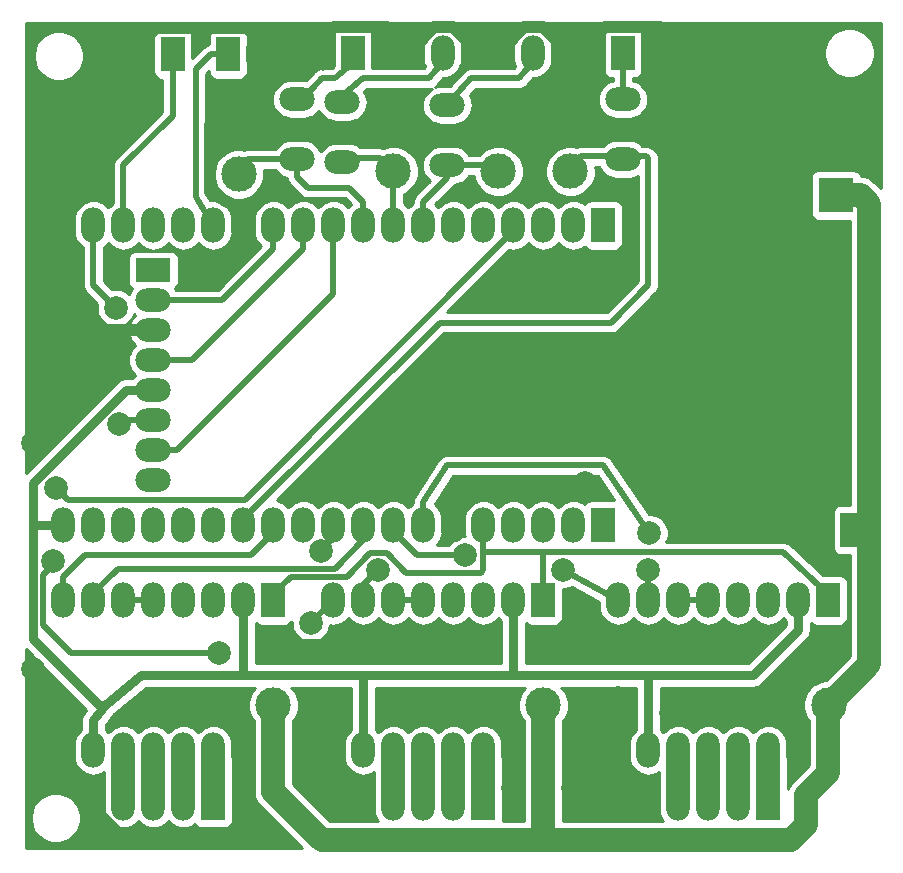
<source format=gbr>
G04 #@! TF.GenerationSoftware,KiCad,Pcbnew,(5.1.5-0)*
G04 #@! TF.CreationDate,2022-06-30T09:19:57+01:00*
G04 #@! TF.ProjectId,ESP32_Cnc_Shield,45535033-325f-4436-9e63-5f536869656c,rev?*
G04 #@! TF.SameCoordinates,Original*
G04 #@! TF.FileFunction,Copper,L2,Bot*
G04 #@! TF.FilePolarity,Positive*
%FSLAX46Y46*%
G04 Gerber Fmt 4.6, Leading zero omitted, Abs format (unit mm)*
G04 Created by KiCad (PCBNEW (5.1.5-0)) date 2022-06-30 09:19:57*
%MOMM*%
%LPD*%
G04 APERTURE LIST*
%ADD10C,3.000000*%
%ADD11R,3.000000X3.000000*%
%ADD12O,3.000000X2.000000*%
%ADD13R,3.000000X2.000000*%
%ADD14O,2.000000X3.000000*%
%ADD15R,2.000000X3.000000*%
%ADD16C,2.000000*%
%ADD17C,1.000000*%
%ADD18C,2.000000*%
%ADD19C,0.500000*%
%ADD20C,0.800000*%
%ADD21C,0.254000*%
G04 APERTURE END LIST*
D10*
X69685000Y61260000D03*
D11*
X69685000Y56180000D03*
D10*
X44917460Y18000000D03*
X44917460Y13000000D03*
D12*
X11907520Y32064960D03*
X11907520Y34604960D03*
X11907520Y37144960D03*
X11907520Y39684960D03*
X11907520Y42224960D03*
X11907520Y44764960D03*
X11907520Y47304960D03*
D13*
X11907520Y49844960D03*
D10*
X69065240Y18038100D03*
X69065240Y13038100D03*
D12*
X51651000Y64308000D03*
X51651000Y59228000D03*
X27902000Y64054000D03*
X27902000Y58974000D03*
X36792000Y63800000D03*
X36792000Y58720000D03*
X24092000Y64308000D03*
X24092000Y59228000D03*
D14*
X9360000Y4745000D03*
X11900000Y4745000D03*
X14440000Y4745000D03*
D15*
X16980000Y4745000D03*
D14*
X32220000Y4745000D03*
X34760000Y4745000D03*
X37300000Y4745000D03*
D15*
X39840000Y4745000D03*
D14*
X20790000Y68118000D03*
D15*
X18250000Y68118000D03*
D14*
X11011000Y68118000D03*
D15*
X13551000Y68118000D03*
D14*
X56350000Y4745000D03*
X58890000Y4745000D03*
X61430000Y4745000D03*
D15*
X63970000Y4745000D03*
D14*
X4280000Y9190000D03*
X6820000Y9190000D03*
X9360000Y9190000D03*
X11900000Y9190000D03*
X14440000Y9190000D03*
X16980000Y9190000D03*
X19520000Y9190000D03*
D15*
X22060000Y9190000D03*
D14*
X26256080Y68245000D03*
D15*
X28796080Y68245000D03*
D14*
X44018300Y68245000D03*
D15*
X41478300Y68245000D03*
D14*
X49128780Y68245000D03*
D15*
X51668780Y68245000D03*
D14*
X27140000Y9190000D03*
X29680000Y9190000D03*
X32220000Y9190000D03*
X34760000Y9190000D03*
X37300000Y9190000D03*
X39840000Y9190000D03*
X42380000Y9190000D03*
D15*
X44920000Y9190000D03*
D14*
X36383060Y68245000D03*
D15*
X33843060Y68245000D03*
D14*
X51270000Y9190000D03*
X53810000Y9190000D03*
X56350000Y9190000D03*
X58890000Y9190000D03*
X61430000Y9190000D03*
X63970000Y9190000D03*
X66510000Y9190000D03*
D15*
X69050000Y9190000D03*
D14*
X68542000Y27859000D03*
D15*
X71082000Y27859000D03*
D14*
X4280000Y21890000D03*
X6820000Y21890000D03*
X9360000Y21890000D03*
X11900000Y21890000D03*
X14440000Y21890000D03*
X16980000Y21890000D03*
X19520000Y21890000D03*
D15*
X22060000Y21890000D03*
D14*
X4280000Y28240000D03*
X6820000Y28240000D03*
X9360000Y28240000D03*
X11900000Y28240000D03*
X14440000Y28240000D03*
X16980000Y28240000D03*
X19520000Y28240000D03*
X22060000Y28240000D03*
X24600000Y28240000D03*
X27140000Y28240000D03*
X29680000Y28240000D03*
X32220000Y28240000D03*
X34760000Y28240000D03*
X37300000Y28240000D03*
X39840000Y28240000D03*
X42380000Y28240000D03*
X44920000Y28240000D03*
X47460000Y28240000D03*
D15*
X50000000Y28240000D03*
D14*
X27140000Y21890000D03*
X29680000Y21890000D03*
X32220000Y21890000D03*
X34760000Y21890000D03*
X37300000Y21890000D03*
X39840000Y21890000D03*
X42380000Y21890000D03*
D15*
X44920000Y21890000D03*
D14*
X51270000Y21890000D03*
X53810000Y21890000D03*
X56350000Y21890000D03*
X58890000Y21890000D03*
X61430000Y21890000D03*
X63970000Y21890000D03*
X66510000Y21890000D03*
D15*
X69050000Y21890000D03*
D14*
X4280000Y53640000D03*
X6820000Y53640000D03*
X9360000Y53640000D03*
X11900000Y53640000D03*
X14440000Y53640000D03*
X16980000Y53640000D03*
X19520000Y53640000D03*
X22060000Y53640000D03*
X24600000Y53640000D03*
X27140000Y53640000D03*
X29680000Y53640000D03*
X32220000Y53640000D03*
X34760000Y53640000D03*
X37300000Y53640000D03*
X39840000Y53640000D03*
X42380000Y53640000D03*
X44920000Y53640000D03*
X47460000Y53640000D03*
D15*
X50000000Y53640000D03*
D10*
X47206000Y63712000D03*
X47206000Y58212000D03*
X32220000Y63712000D03*
X32220000Y58212000D03*
X41110000Y63712000D03*
X41110000Y58212000D03*
X19139000Y63458000D03*
X19139000Y57958000D03*
X22060000Y18000000D03*
X22060000Y13000000D03*
D16*
X27140000Y13000000D03*
X25870000Y5380000D03*
X20790000Y2205000D03*
X42380000Y6015000D03*
X51270000Y13635000D03*
X51270000Y18080000D03*
X66510000Y15540000D03*
X69050000Y25065000D03*
X53556000Y31796000D03*
X48476000Y31796000D03*
X47460000Y6015000D03*
X55715000Y12365000D03*
X51270000Y12365000D03*
X1740000Y35225000D03*
X1740000Y16048000D03*
X27140000Y18080000D03*
X8725000Y46655000D03*
X9023878Y36831122D03*
X3645000Y31415000D03*
X3440010Y25192000D03*
X25235000Y19985000D03*
X17442180Y17444720D03*
X38316000Y25700000D03*
X46596300Y24500840D03*
X53810000Y24430000D03*
X53886100Y27581860D03*
X30950000Y24430000D03*
X26075249Y26107933D03*
D17*
X26129080Y68118000D02*
X26256080Y68245000D01*
X20790000Y68118000D02*
X26129080Y68118000D01*
X11011000Y69211002D02*
X11011000Y67991000D01*
X12117999Y70318001D02*
X11011000Y69211002D01*
X19810001Y70318001D02*
X12117999Y70318001D01*
X20790000Y69338002D02*
X19810001Y70318001D01*
X20790000Y68118000D02*
X20790000Y69338002D01*
X11011000Y67991000D02*
X11011000Y64816000D01*
X11011000Y64816000D02*
X4280000Y58085000D01*
X4280000Y58085000D02*
X4280000Y53640000D01*
X26256080Y69465002D02*
X26256080Y68245000D01*
X27236079Y70445001D02*
X26256080Y69465002D01*
X31643059Y70445001D02*
X27236079Y70445001D01*
X33843060Y68245000D02*
X31643059Y70445001D01*
X33843060Y68609177D02*
X33843060Y68245000D01*
X35678893Y70445010D02*
X33843060Y68609177D01*
X37278290Y70445010D02*
X35678893Y70445010D01*
X39478300Y68245000D02*
X37278290Y70445010D01*
X41478300Y68245000D02*
X39478300Y68245000D01*
X41478300Y68609177D02*
X41478300Y68245000D01*
X43314133Y70445010D02*
X41478300Y68609177D01*
X44928770Y70445010D02*
X43314133Y70445010D01*
X47128780Y68245000D02*
X44928770Y70445010D01*
X49128780Y68245000D02*
X47128780Y68245000D01*
X69685000Y61260000D02*
X63970000Y61260000D01*
X49128780Y69465002D02*
X49128780Y68245000D01*
X50108779Y70445001D02*
X49128780Y69465002D01*
X54784999Y70445001D02*
X50108779Y70445001D01*
X63970000Y61260000D02*
X54784999Y70445001D01*
X11900000Y44750000D02*
X9360000Y44750000D01*
X4280000Y49830000D02*
X4280000Y53640000D01*
X27140000Y9190000D02*
X27140000Y13000000D01*
X27140000Y6650000D02*
X25870000Y5380000D01*
X27140000Y9190000D02*
X27140000Y6650000D01*
X19520000Y3475000D02*
X19520000Y9190000D01*
X20790000Y2205000D02*
X19520000Y3475000D01*
X4280000Y6858002D02*
X4280000Y9190000D01*
X8933002Y2205000D02*
X4280000Y6858002D01*
X20790000Y2205000D02*
X8933002Y2205000D01*
X42380000Y6015000D02*
X42380000Y9190000D01*
X44997460Y18080000D02*
X44917460Y18000000D01*
X51270000Y18080000D02*
X44997460Y18080000D01*
X66510000Y9190000D02*
X66510000Y15482860D01*
X69065240Y18038100D02*
X69008100Y18038100D01*
X69008100Y18038100D02*
X66510000Y15540000D01*
X66510000Y15482860D02*
X66510000Y15540000D01*
X68542000Y25573000D02*
X69050000Y25065000D01*
X68542000Y27859000D02*
X68542000Y25573000D01*
X1740000Y47290000D02*
X4280000Y49830000D01*
X65748000Y31796000D02*
X68542000Y27859000D01*
X53556000Y31796000D02*
X65748000Y31796000D01*
X39332000Y31796000D02*
X37300000Y28240000D01*
X48476000Y31796000D02*
X39332000Y31796000D01*
X51270000Y7920000D02*
X51270000Y9190000D01*
X47460000Y6015000D02*
X51270000Y7920000D01*
X66510000Y11690000D02*
X66510000Y9190000D01*
X65835000Y12365000D02*
X66510000Y11690000D01*
X55715000Y12365000D02*
X65835000Y12365000D01*
X51270000Y9190000D02*
X51270000Y12365000D01*
X51270000Y12365000D02*
X51270000Y13635000D01*
X9360000Y44750000D02*
X1740000Y44750000D01*
X1740000Y44750000D02*
X1740000Y47290000D01*
X1740000Y35225000D02*
X1740000Y44750000D01*
X4280000Y13508000D02*
X1740000Y16048000D01*
X4280000Y9190000D02*
X4280000Y13508000D01*
X27140000Y18080000D02*
X22140000Y18080000D01*
X22140000Y18080000D02*
X22060000Y18000000D01*
X20790000Y65617000D02*
X20790000Y68118000D01*
X16664940Y62176660D02*
X20790000Y65617000D01*
X16733520Y56497220D02*
X16664940Y62176660D01*
X19520000Y54828998D02*
X16733520Y56497220D01*
X19520000Y53640000D02*
X19520000Y54828998D01*
X47206000Y66322220D02*
X49128780Y68245000D01*
X47206000Y64093000D02*
X47206000Y66322220D01*
X41110000Y64093000D02*
X47206000Y64093000D01*
X39610001Y62593001D02*
X41110000Y64093000D01*
X36057840Y61000640D02*
X39610001Y62593001D01*
X32220000Y64093000D02*
X36057840Y61000640D01*
D18*
X22060000Y9190000D02*
X22060000Y13000000D01*
X44920000Y12997460D02*
X44917460Y13000000D01*
X44920000Y9190000D02*
X44920000Y12997460D01*
X69050000Y13022860D02*
X69065240Y13038100D01*
X69050000Y9190000D02*
X69050000Y13022860D01*
X26180000Y1570000D02*
X22060000Y5690000D01*
X67145000Y2840000D02*
X65875000Y1570000D01*
X67145000Y5380000D02*
X67145000Y2840000D01*
X22060000Y5690000D02*
X22060000Y9190000D01*
X69050000Y7285000D02*
X67145000Y5380000D01*
X69050000Y9190000D02*
X69050000Y7285000D01*
X44920000Y1570000D02*
X26180000Y1570000D01*
X65875000Y1570000D02*
X44920000Y1570000D01*
X71336000Y27859000D02*
X71590000Y27605000D01*
X71082000Y27859000D02*
X71336000Y27859000D01*
X44920000Y9190000D02*
X44920000Y1570000D01*
X71780500Y56180000D02*
X69685000Y56180000D01*
X72520001Y55440499D02*
X71780500Y56180000D01*
X72520001Y16492861D02*
X72520001Y55440499D01*
X69065240Y13038100D02*
X72520001Y16492861D01*
D19*
X19901000Y59228000D02*
X19139000Y58466000D01*
X24092000Y59228000D02*
X19901000Y59228000D01*
X29680000Y55640000D02*
X28505000Y56815000D01*
X29680000Y53640000D02*
X29680000Y55640000D01*
X24092000Y57728000D02*
X24092000Y59228000D01*
X25005000Y56815000D02*
X24092000Y57728000D01*
X28505000Y56815000D02*
X25005000Y56815000D01*
X36792000Y57672000D02*
X36792000Y59355000D01*
X34760000Y55640000D02*
X36792000Y57672000D01*
X34760000Y53640000D02*
X34760000Y55640000D01*
X40602000Y58720000D02*
X41110000Y58212000D01*
X36792000Y58720000D02*
X40602000Y58720000D01*
X32220000Y53640000D02*
X32220000Y58593000D01*
X31077000Y59355000D02*
X32220000Y58212000D01*
X27902000Y59355000D02*
X31077000Y59355000D01*
X48095000Y59482000D02*
X47206000Y58593000D01*
X51651000Y59482000D02*
X48095000Y59482000D01*
X53810000Y59323000D02*
X53651000Y59482000D01*
X19520000Y28240000D02*
X19520000Y28740000D01*
X36165000Y45385000D02*
X50635000Y45385000D01*
X50635000Y45385000D02*
X53810000Y48560000D01*
X19520000Y28740000D02*
X36165000Y45385000D01*
X53810000Y48560000D02*
X53810000Y59323000D01*
X53651000Y59482000D02*
X51651000Y59482000D01*
X6820000Y48560000D02*
X8725000Y46655000D01*
X6820000Y53640000D02*
X6820000Y48560000D01*
X9322756Y37130000D02*
X9023878Y36831122D01*
X11900000Y37130000D02*
X9322756Y37130000D01*
X9360000Y53640000D02*
X9360000Y58720000D01*
X13551000Y62911000D02*
X13551000Y67991000D01*
X9360000Y58720000D02*
X13551000Y62911000D01*
X16750000Y68118000D02*
X18250000Y68118000D01*
X15480000Y66848000D02*
X16750000Y68118000D01*
X15480000Y57140000D02*
X15480000Y66848000D01*
X15499080Y56065420D02*
X15480000Y57140000D01*
X16980000Y53640000D02*
X15499080Y56065420D01*
X22060000Y51640000D02*
X22060000Y53640000D01*
X17710000Y47290000D02*
X22060000Y51640000D01*
X11900000Y47290000D02*
X17710000Y47290000D01*
X24600000Y51640000D02*
X24600000Y53640000D01*
X15170000Y42210000D02*
X24600000Y51640000D01*
X11900000Y42210000D02*
X15170000Y42210000D01*
X27140000Y51640000D02*
X27140000Y53640000D01*
X27140000Y47830000D02*
X27140000Y51640000D01*
X13900000Y34590000D02*
X27140000Y47830000D01*
X11900000Y34590000D02*
X13900000Y34590000D01*
X42380000Y53140000D02*
X42380000Y53640000D01*
X19655001Y30415001D02*
X42380000Y53140000D01*
X3645000Y31415000D02*
X4644999Y30415001D01*
X4644999Y30415001D02*
X19655001Y30415001D01*
X3440010Y25192000D02*
X3264000Y25192000D01*
X27140000Y21890000D02*
X25235000Y19985000D01*
X3440010Y24860010D02*
X3440010Y25192000D01*
X2590011Y24010011D02*
X3440010Y24860010D01*
X2590011Y19769989D02*
X2590011Y24010011D01*
X4915000Y17445000D02*
X2590011Y19769989D01*
X17442180Y17444720D02*
X4915000Y17445000D01*
X32220000Y27740000D02*
X32220000Y28240000D01*
X34260000Y25700000D02*
X32220000Y27740000D01*
X38316000Y25700000D02*
X34260000Y25700000D01*
X51270000Y21890000D02*
X46596300Y24500840D01*
X53810000Y21890000D02*
X53810000Y24430000D01*
X34760000Y30240000D02*
X34760000Y28240000D01*
X36792000Y33320000D02*
X34760000Y30240000D01*
X50000000Y33320000D02*
X36792000Y33320000D01*
X53886100Y27581860D02*
X50000000Y33320000D01*
X56350000Y21890000D02*
X58890000Y21890000D01*
X39840000Y28240000D02*
X39840000Y24430000D01*
X39840000Y24430000D02*
X39659999Y24249999D01*
X30253998Y25880002D02*
X28263996Y23890000D01*
X28263996Y23890000D02*
X23560000Y23890000D01*
X33276005Y24249999D02*
X31646002Y25880002D01*
X31646002Y25880002D02*
X30253998Y25880002D01*
X23560000Y23890000D02*
X22060000Y22390000D01*
X39659999Y24249999D02*
X33276005Y24249999D01*
X22060000Y22390000D02*
X22060000Y21890000D01*
X44920000Y25954000D02*
X39840000Y25954000D01*
X44920000Y25954000D02*
X44920000Y21890000D01*
X54572000Y25954000D02*
X44920000Y25954000D01*
X65240000Y25954000D02*
X54572000Y25954000D01*
X69050000Y22390000D02*
X65240000Y25954000D01*
X69050000Y21890000D02*
X69050000Y22390000D01*
X29680000Y21890000D02*
X29680000Y22525000D01*
X29680000Y23160000D02*
X30950000Y24430000D01*
X29680000Y21890000D02*
X29680000Y23160000D01*
X27140000Y27172684D02*
X27140000Y28240000D01*
X26075249Y26107933D02*
X27140000Y27172684D01*
X32220000Y21890000D02*
X34760000Y21890000D01*
D20*
X6820000Y11490000D02*
X6820000Y9190000D01*
X15470000Y15540000D02*
X10870000Y15540000D01*
X6820000Y11730000D02*
X6820000Y11490000D01*
X66510000Y19350000D02*
X66510000Y21890000D01*
X62700000Y15540000D02*
X66510000Y19350000D01*
X53810000Y9190000D02*
X53810000Y15540000D01*
X53810000Y15540000D02*
X62700000Y15540000D01*
X42380000Y19590000D02*
X42380000Y15540000D01*
X42380000Y21890000D02*
X42380000Y19590000D01*
X42380000Y15540000D02*
X53810000Y15540000D01*
X19520000Y21890000D02*
X19520000Y15540000D01*
X15470000Y15540000D02*
X19520000Y15540000D01*
X29680000Y9190000D02*
X29680000Y15540000D01*
X29680000Y15540000D02*
X42380000Y15540000D01*
X19520000Y15540000D02*
X29680000Y15540000D01*
X11900000Y39670000D02*
X9600000Y39670000D01*
X9600000Y39670000D02*
X1740000Y31810000D01*
X7328000Y13000000D02*
X7836000Y13000000D01*
X1740000Y18588000D02*
X7328000Y13000000D01*
X7836000Y13000000D02*
X6820000Y11730000D01*
X10870000Y15540000D02*
X7836000Y13000000D01*
X4280000Y28240000D02*
X2480000Y28240000D01*
X2480000Y28240000D02*
X1740000Y28240000D01*
X1740000Y28240000D02*
X1740000Y18588000D01*
X1740000Y31810000D02*
X1740000Y28240000D01*
D19*
X4280000Y23890000D02*
X4280000Y21890000D01*
X6090000Y25700000D02*
X4280000Y23890000D01*
X22060000Y27605000D02*
X20155000Y25700000D01*
X20155000Y25700000D02*
X6090000Y25700000D01*
X22060000Y28240000D02*
X22060000Y27605000D01*
X29680000Y26970000D02*
X29680000Y28240000D01*
X27300010Y24590010D02*
X29680000Y26970000D01*
X6820000Y22525000D02*
X8885010Y24590010D01*
X8885010Y24590010D02*
X27300010Y24590010D01*
X6820000Y21890000D02*
X6820000Y22525000D01*
X9360000Y21890000D02*
X11900000Y21890000D01*
D18*
X56350000Y8555000D02*
X56350000Y4745000D01*
X58890000Y8555000D02*
X58890000Y4745000D01*
X61430000Y8555000D02*
X61430000Y4745000D01*
X63970000Y8555000D02*
X63970000Y4745000D01*
X32220000Y8555000D02*
X32220000Y4745000D01*
X34760000Y8555000D02*
X34760000Y4745000D01*
X37300000Y8555000D02*
X37300000Y4745000D01*
X39840000Y8555000D02*
X39840000Y4745000D01*
D19*
X51668780Y64579780D02*
X51651000Y64562000D01*
X51668780Y68245000D02*
X51668780Y64579780D01*
X24592000Y64308000D02*
X24092000Y64308000D01*
X26169010Y66086000D02*
X24592000Y64308000D01*
X27320010Y66086000D02*
X26169010Y66086000D01*
X28796080Y67361080D02*
X27320010Y66086000D01*
X28796080Y68245000D02*
X28796080Y67361080D01*
D18*
X9360000Y9190000D02*
X9360000Y5380000D01*
X11900000Y9190000D02*
X11900000Y5380000D01*
X14440000Y9190000D02*
X14440000Y5380000D01*
X16980000Y8555000D02*
X16980000Y4745000D01*
D19*
X27902000Y64562000D02*
X27902000Y64435000D01*
X29634999Y66086000D02*
X27902000Y64562000D01*
X35268000Y66086000D02*
X29634999Y66086000D01*
X36383060Y67474998D02*
X35268000Y66086000D01*
X36383060Y68245000D02*
X36383060Y67474998D01*
X37300000Y64435000D02*
X36792000Y64435000D01*
X38824000Y66086000D02*
X37300000Y64435000D01*
X42888000Y66086000D02*
X38824000Y66086000D01*
X44018300Y67474998D02*
X42888000Y66086000D01*
X44018300Y68245000D02*
X44018300Y67474998D01*
D21*
G36*
X6223325Y12640964D02*
G01*
X6015822Y12381585D01*
X5955266Y12307797D01*
X5928130Y12257028D01*
X5896748Y12208769D01*
X5880189Y12167337D01*
X5859159Y12127992D01*
X5842449Y12072907D01*
X5821085Y12019452D01*
X5812929Y11975593D01*
X5799976Y11932894D01*
X5794333Y11875595D01*
X5783810Y11819011D01*
X5785000Y11723652D01*
X5785000Y10955704D01*
X5658287Y10851714D01*
X5453970Y10602752D01*
X5302148Y10318715D01*
X5208657Y10010516D01*
X5185000Y9770322D01*
X5185000Y8609679D01*
X5208657Y8369485D01*
X5302148Y8061286D01*
X5453969Y7777249D01*
X5658286Y7528286D01*
X5907248Y7323969D01*
X6191285Y7172148D01*
X6499484Y7078657D01*
X6820000Y7047089D01*
X7140515Y7078657D01*
X7448714Y7172148D01*
X7725000Y7319826D01*
X7725001Y5325332D01*
X7725000Y5325322D01*
X7725000Y4164679D01*
X7748657Y3924485D01*
X7842148Y3616286D01*
X7993969Y3332249D01*
X8198286Y3083286D01*
X8447248Y2878969D01*
X8731285Y2727148D01*
X9039484Y2633657D01*
X9360000Y2602089D01*
X9680515Y2633657D01*
X9988714Y2727148D01*
X10272751Y2878969D01*
X10521714Y3083286D01*
X10630000Y3215234D01*
X10738286Y3083286D01*
X10987248Y2878969D01*
X11271285Y2727148D01*
X11579484Y2633657D01*
X11900000Y2602089D01*
X12220515Y2633657D01*
X12528714Y2727148D01*
X12812751Y2878969D01*
X13061714Y3083286D01*
X13170000Y3215234D01*
X13278286Y3083286D01*
X13527248Y2878969D01*
X13811285Y2727148D01*
X14119484Y2633657D01*
X14440000Y2602089D01*
X14760515Y2633657D01*
X15068714Y2727148D01*
X15352751Y2878969D01*
X15424261Y2937655D01*
X15449463Y2890506D01*
X15528815Y2793815D01*
X15625506Y2714463D01*
X15735820Y2655498D01*
X15855518Y2619188D01*
X15980000Y2606928D01*
X17980000Y2606928D01*
X18104482Y2619188D01*
X18224180Y2655498D01*
X18334494Y2714463D01*
X18431185Y2793815D01*
X18510537Y2890506D01*
X18569502Y3000820D01*
X18605812Y3120518D01*
X18618072Y3245000D01*
X18618072Y6245000D01*
X18615000Y6276192D01*
X18615000Y9770322D01*
X18591343Y10010516D01*
X18497852Y10318715D01*
X18346031Y10602752D01*
X18141714Y10851714D01*
X17892752Y11056031D01*
X17608715Y11207852D01*
X17300516Y11301343D01*
X16980000Y11332911D01*
X16659485Y11301343D01*
X16351286Y11207852D01*
X16067249Y11056031D01*
X15818287Y10851714D01*
X15710001Y10719766D01*
X15601714Y10851714D01*
X15352752Y11056031D01*
X15068715Y11207852D01*
X14760516Y11301343D01*
X14440000Y11332911D01*
X14119485Y11301343D01*
X13811286Y11207852D01*
X13527249Y11056031D01*
X13278287Y10851714D01*
X13170001Y10719766D01*
X13061714Y10851714D01*
X12812752Y11056031D01*
X12528715Y11207852D01*
X12220516Y11301343D01*
X11900000Y11332911D01*
X11579485Y11301343D01*
X11271286Y11207852D01*
X10987249Y11056031D01*
X10738287Y10851714D01*
X10630001Y10719766D01*
X10521714Y10851714D01*
X10272752Y11056031D01*
X9988715Y11207852D01*
X9680516Y11301343D01*
X9360000Y11332911D01*
X9039485Y11301343D01*
X8731286Y11207852D01*
X8447249Y11056031D01*
X8198287Y10851714D01*
X8090001Y10719766D01*
X7981714Y10851714D01*
X7855000Y10955705D01*
X7855000Y11366943D01*
X8579637Y12272738D01*
X11246049Y14505000D01*
X19469162Y14505000D01*
X19520000Y14499993D01*
X19570838Y14505000D01*
X20545654Y14505000D01*
X20401637Y14360983D01*
X20167988Y14011302D01*
X20007047Y13622756D01*
X19925000Y13210279D01*
X19925000Y12789721D01*
X20007047Y12377244D01*
X20167988Y11988698D01*
X20401637Y11639017D01*
X20425001Y11615653D01*
X20425000Y10721196D01*
X20421928Y10690000D01*
X20421928Y7690000D01*
X20425001Y7658803D01*
X20425000Y5770320D01*
X20417089Y5690000D01*
X20425000Y5609681D01*
X20425000Y5609679D01*
X20448657Y5369485D01*
X20542148Y5061286D01*
X20693969Y4777249D01*
X20898286Y4528286D01*
X20960687Y4477075D01*
X24477761Y960000D01*
X1130000Y960000D01*
X1130000Y3685279D01*
X1510000Y3685279D01*
X1510000Y3264721D01*
X1592047Y2852244D01*
X1752988Y2463698D01*
X1986637Y2114017D01*
X2284017Y1816637D01*
X2633698Y1582988D01*
X3022244Y1422047D01*
X3434721Y1340000D01*
X3855279Y1340000D01*
X4267756Y1422047D01*
X4656302Y1582988D01*
X5005983Y1816637D01*
X5303363Y2114017D01*
X5537012Y2463698D01*
X5697953Y2852244D01*
X5780000Y3264721D01*
X5780000Y3685279D01*
X5697953Y4097756D01*
X5537012Y4486302D01*
X5303363Y4835983D01*
X5005983Y5133363D01*
X4656302Y5367012D01*
X4267756Y5527953D01*
X3855279Y5610000D01*
X3434721Y5610000D01*
X3022244Y5527953D01*
X2633698Y5367012D01*
X2284017Y5133363D01*
X1986637Y4835983D01*
X1752988Y4486302D01*
X1592047Y4097756D01*
X1510000Y3685279D01*
X1130000Y3685279D01*
X1130000Y17734290D01*
X6223325Y12640964D01*
G37*
X6223325Y12640964D02*
X6015822Y12381585D01*
X5955266Y12307797D01*
X5928130Y12257028D01*
X5896748Y12208769D01*
X5880189Y12167337D01*
X5859159Y12127992D01*
X5842449Y12072907D01*
X5821085Y12019452D01*
X5812929Y11975593D01*
X5799976Y11932894D01*
X5794333Y11875595D01*
X5783810Y11819011D01*
X5785000Y11723652D01*
X5785000Y10955704D01*
X5658287Y10851714D01*
X5453970Y10602752D01*
X5302148Y10318715D01*
X5208657Y10010516D01*
X5185000Y9770322D01*
X5185000Y8609679D01*
X5208657Y8369485D01*
X5302148Y8061286D01*
X5453969Y7777249D01*
X5658286Y7528286D01*
X5907248Y7323969D01*
X6191285Y7172148D01*
X6499484Y7078657D01*
X6820000Y7047089D01*
X7140515Y7078657D01*
X7448714Y7172148D01*
X7725000Y7319826D01*
X7725001Y5325332D01*
X7725000Y5325322D01*
X7725000Y4164679D01*
X7748657Y3924485D01*
X7842148Y3616286D01*
X7993969Y3332249D01*
X8198286Y3083286D01*
X8447248Y2878969D01*
X8731285Y2727148D01*
X9039484Y2633657D01*
X9360000Y2602089D01*
X9680515Y2633657D01*
X9988714Y2727148D01*
X10272751Y2878969D01*
X10521714Y3083286D01*
X10630000Y3215234D01*
X10738286Y3083286D01*
X10987248Y2878969D01*
X11271285Y2727148D01*
X11579484Y2633657D01*
X11900000Y2602089D01*
X12220515Y2633657D01*
X12528714Y2727148D01*
X12812751Y2878969D01*
X13061714Y3083286D01*
X13170000Y3215234D01*
X13278286Y3083286D01*
X13527248Y2878969D01*
X13811285Y2727148D01*
X14119484Y2633657D01*
X14440000Y2602089D01*
X14760515Y2633657D01*
X15068714Y2727148D01*
X15352751Y2878969D01*
X15424261Y2937655D01*
X15449463Y2890506D01*
X15528815Y2793815D01*
X15625506Y2714463D01*
X15735820Y2655498D01*
X15855518Y2619188D01*
X15980000Y2606928D01*
X17980000Y2606928D01*
X18104482Y2619188D01*
X18224180Y2655498D01*
X18334494Y2714463D01*
X18431185Y2793815D01*
X18510537Y2890506D01*
X18569502Y3000820D01*
X18605812Y3120518D01*
X18618072Y3245000D01*
X18618072Y6245000D01*
X18615000Y6276192D01*
X18615000Y9770322D01*
X18591343Y10010516D01*
X18497852Y10318715D01*
X18346031Y10602752D01*
X18141714Y10851714D01*
X17892752Y11056031D01*
X17608715Y11207852D01*
X17300516Y11301343D01*
X16980000Y11332911D01*
X16659485Y11301343D01*
X16351286Y11207852D01*
X16067249Y11056031D01*
X15818287Y10851714D01*
X15710001Y10719766D01*
X15601714Y10851714D01*
X15352752Y11056031D01*
X15068715Y11207852D01*
X14760516Y11301343D01*
X14440000Y11332911D01*
X14119485Y11301343D01*
X13811286Y11207852D01*
X13527249Y11056031D01*
X13278287Y10851714D01*
X13170001Y10719766D01*
X13061714Y10851714D01*
X12812752Y11056031D01*
X12528715Y11207852D01*
X12220516Y11301343D01*
X11900000Y11332911D01*
X11579485Y11301343D01*
X11271286Y11207852D01*
X10987249Y11056031D01*
X10738287Y10851714D01*
X10630001Y10719766D01*
X10521714Y10851714D01*
X10272752Y11056031D01*
X9988715Y11207852D01*
X9680516Y11301343D01*
X9360000Y11332911D01*
X9039485Y11301343D01*
X8731286Y11207852D01*
X8447249Y11056031D01*
X8198287Y10851714D01*
X8090001Y10719766D01*
X7981714Y10851714D01*
X7855000Y10955705D01*
X7855000Y11366943D01*
X8579637Y12272738D01*
X11246049Y14505000D01*
X19469162Y14505000D01*
X19520000Y14499993D01*
X19570838Y14505000D01*
X20545654Y14505000D01*
X20401637Y14360983D01*
X20167988Y14011302D01*
X20007047Y13622756D01*
X19925000Y13210279D01*
X19925000Y12789721D01*
X20007047Y12377244D01*
X20167988Y11988698D01*
X20401637Y11639017D01*
X20425001Y11615653D01*
X20425000Y10721196D01*
X20421928Y10690000D01*
X20421928Y7690000D01*
X20425001Y7658803D01*
X20425000Y5770320D01*
X20417089Y5690000D01*
X20425000Y5609681D01*
X20425000Y5609679D01*
X20448657Y5369485D01*
X20542148Y5061286D01*
X20693969Y4777249D01*
X20898286Y4528286D01*
X20960687Y4477075D01*
X24477761Y960000D01*
X1130000Y960000D01*
X1130000Y3685279D01*
X1510000Y3685279D01*
X1510000Y3264721D01*
X1592047Y2852244D01*
X1752988Y2463698D01*
X1986637Y2114017D01*
X2284017Y1816637D01*
X2633698Y1582988D01*
X3022244Y1422047D01*
X3434721Y1340000D01*
X3855279Y1340000D01*
X4267756Y1422047D01*
X4656302Y1582988D01*
X5005983Y1816637D01*
X5303363Y2114017D01*
X5537012Y2463698D01*
X5697953Y2852244D01*
X5780000Y3264721D01*
X5780000Y3685279D01*
X5697953Y4097756D01*
X5537012Y4486302D01*
X5303363Y4835983D01*
X5005983Y5133363D01*
X4656302Y5367012D01*
X4267756Y5527953D01*
X3855279Y5610000D01*
X3434721Y5610000D01*
X3022244Y5527953D01*
X2633698Y5367012D01*
X2284017Y5133363D01*
X1986637Y4835983D01*
X1752988Y4486302D01*
X1592047Y4097756D01*
X1510000Y3685279D01*
X1130000Y3685279D01*
X1130000Y17734290D01*
X6223325Y12640964D01*
G36*
X28645000Y10955704D02*
G01*
X28518287Y10851714D01*
X28313970Y10602752D01*
X28162148Y10318715D01*
X28068657Y10010516D01*
X28045000Y9770322D01*
X28045000Y8609679D01*
X28068657Y8369485D01*
X28162148Y8061286D01*
X28313969Y7777249D01*
X28518286Y7528286D01*
X28767248Y7323969D01*
X29051285Y7172148D01*
X29359484Y7078657D01*
X29680000Y7047089D01*
X30000515Y7078657D01*
X30308714Y7172148D01*
X30585000Y7319826D01*
X30585001Y5325330D01*
X30585000Y5325322D01*
X30585000Y4164679D01*
X30608657Y3924485D01*
X30702148Y3616286D01*
X30853969Y3332249D01*
X30958399Y3205000D01*
X26857239Y3205000D01*
X23695000Y6367238D01*
X23695000Y7658808D01*
X23698072Y7690000D01*
X23698072Y10690000D01*
X23695000Y10721192D01*
X23695000Y11615654D01*
X23718363Y11639017D01*
X23952012Y11988698D01*
X24112953Y12377244D01*
X24195000Y12789721D01*
X24195000Y13210279D01*
X24112953Y13622756D01*
X23952012Y14011302D01*
X23718363Y14360983D01*
X23574346Y14505000D01*
X28645001Y14505000D01*
X28645000Y10955704D01*
G37*
X28645000Y10955704D02*
X28518287Y10851714D01*
X28313970Y10602752D01*
X28162148Y10318715D01*
X28068657Y10010516D01*
X28045000Y9770322D01*
X28045000Y8609679D01*
X28068657Y8369485D01*
X28162148Y8061286D01*
X28313969Y7777249D01*
X28518286Y7528286D01*
X28767248Y7323969D01*
X29051285Y7172148D01*
X29359484Y7078657D01*
X29680000Y7047089D01*
X30000515Y7078657D01*
X30308714Y7172148D01*
X30585000Y7319826D01*
X30585001Y5325330D01*
X30585000Y5325322D01*
X30585000Y4164679D01*
X30608657Y3924485D01*
X30702148Y3616286D01*
X30853969Y3332249D01*
X30958399Y3205000D01*
X26857239Y3205000D01*
X23695000Y6367238D01*
X23695000Y7658808D01*
X23698072Y7690000D01*
X23698072Y10690000D01*
X23695000Y10721192D01*
X23695000Y11615654D01*
X23718363Y11639017D01*
X23952012Y11988698D01*
X24112953Y12377244D01*
X24195000Y12789721D01*
X24195000Y13210279D01*
X24112953Y13622756D01*
X23952012Y14011302D01*
X23718363Y14360983D01*
X23574346Y14505000D01*
X28645001Y14505000D01*
X28645000Y10955704D01*
G36*
X52775000Y10955704D02*
G01*
X52648287Y10851714D01*
X52443970Y10602752D01*
X52292148Y10318715D01*
X52198657Y10010516D01*
X52175000Y9770322D01*
X52175000Y8609679D01*
X52198657Y8369485D01*
X52292148Y8061286D01*
X52443969Y7777249D01*
X52648286Y7528286D01*
X52897248Y7323969D01*
X53181285Y7172148D01*
X53489484Y7078657D01*
X53810000Y7047089D01*
X54130515Y7078657D01*
X54438714Y7172148D01*
X54715000Y7319826D01*
X54715001Y5325330D01*
X54715000Y5325322D01*
X54715000Y4164679D01*
X54738657Y3924485D01*
X54832148Y3616286D01*
X54983969Y3332249D01*
X55088399Y3205000D01*
X46555000Y3205000D01*
X46555000Y7658808D01*
X46558072Y7690000D01*
X46558072Y10690000D01*
X46555000Y10721192D01*
X46555000Y11618194D01*
X46575823Y11639017D01*
X46809472Y11988698D01*
X46970413Y12377244D01*
X47052460Y12789721D01*
X47052460Y13210279D01*
X46970413Y13622756D01*
X46809472Y14011302D01*
X46575823Y14360983D01*
X46431806Y14505000D01*
X52775001Y14505000D01*
X52775000Y10955704D01*
G37*
X52775000Y10955704D02*
X52648287Y10851714D01*
X52443970Y10602752D01*
X52292148Y10318715D01*
X52198657Y10010516D01*
X52175000Y9770322D01*
X52175000Y8609679D01*
X52198657Y8369485D01*
X52292148Y8061286D01*
X52443969Y7777249D01*
X52648286Y7528286D01*
X52897248Y7323969D01*
X53181285Y7172148D01*
X53489484Y7078657D01*
X53810000Y7047089D01*
X54130515Y7078657D01*
X54438714Y7172148D01*
X54715000Y7319826D01*
X54715001Y5325330D01*
X54715000Y5325322D01*
X54715000Y4164679D01*
X54738657Y3924485D01*
X54832148Y3616286D01*
X54983969Y3332249D01*
X55088399Y3205000D01*
X46555000Y3205000D01*
X46555000Y7658808D01*
X46558072Y7690000D01*
X46558072Y10690000D01*
X46555000Y10721192D01*
X46555000Y11618194D01*
X46575823Y11639017D01*
X46809472Y11988698D01*
X46970413Y12377244D01*
X47052460Y12789721D01*
X47052460Y13210279D01*
X46970413Y13622756D01*
X46809472Y14011302D01*
X46575823Y14360983D01*
X46431806Y14505000D01*
X52775001Y14505000D01*
X52775000Y10955704D01*
G36*
X42380000Y14499993D02*
G01*
X42430838Y14505000D01*
X43403114Y14505000D01*
X43259097Y14360983D01*
X43025448Y14011302D01*
X42864507Y13622756D01*
X42782460Y13210279D01*
X42782460Y12789721D01*
X42864507Y12377244D01*
X43025448Y11988698D01*
X43259097Y11639017D01*
X43285001Y11613113D01*
X43285000Y10721196D01*
X43281928Y10690000D01*
X43281928Y7690000D01*
X43285000Y7658806D01*
X43285001Y3205000D01*
X41474132Y3205000D01*
X41478072Y3245000D01*
X41478072Y6245000D01*
X41475000Y6276192D01*
X41475000Y9770322D01*
X41451343Y10010516D01*
X41357852Y10318715D01*
X41206031Y10602752D01*
X41001714Y10851714D01*
X40752752Y11056031D01*
X40468715Y11207852D01*
X40160516Y11301343D01*
X39840000Y11332911D01*
X39519485Y11301343D01*
X39211286Y11207852D01*
X38927249Y11056031D01*
X38678287Y10851714D01*
X38570001Y10719766D01*
X38461714Y10851714D01*
X38212752Y11056031D01*
X37928715Y11207852D01*
X37620516Y11301343D01*
X37300000Y11332911D01*
X36979485Y11301343D01*
X36671286Y11207852D01*
X36387249Y11056031D01*
X36138287Y10851714D01*
X36030001Y10719766D01*
X35921714Y10851714D01*
X35672752Y11056031D01*
X35388715Y11207852D01*
X35080516Y11301343D01*
X34760000Y11332911D01*
X34439485Y11301343D01*
X34131286Y11207852D01*
X33847249Y11056031D01*
X33598287Y10851714D01*
X33490001Y10719766D01*
X33381714Y10851714D01*
X33132752Y11056031D01*
X32848715Y11207852D01*
X32540516Y11301343D01*
X32220000Y11332911D01*
X31899485Y11301343D01*
X31591286Y11207852D01*
X31307249Y11056031D01*
X31058287Y10851714D01*
X30950001Y10719766D01*
X30841714Y10851714D01*
X30715000Y10955705D01*
X30715000Y14505000D01*
X42329162Y14505000D01*
X42380000Y14499993D01*
G37*
X42380000Y14499993D02*
X42430838Y14505000D01*
X43403114Y14505000D01*
X43259097Y14360983D01*
X43025448Y14011302D01*
X42864507Y13622756D01*
X42782460Y13210279D01*
X42782460Y12789721D01*
X42864507Y12377244D01*
X43025448Y11988698D01*
X43259097Y11639017D01*
X43285001Y11613113D01*
X43285000Y10721196D01*
X43281928Y10690000D01*
X43281928Y7690000D01*
X43285000Y7658806D01*
X43285001Y3205000D01*
X41474132Y3205000D01*
X41478072Y3245000D01*
X41478072Y6245000D01*
X41475000Y6276192D01*
X41475000Y9770322D01*
X41451343Y10010516D01*
X41357852Y10318715D01*
X41206031Y10602752D01*
X41001714Y10851714D01*
X40752752Y11056031D01*
X40468715Y11207852D01*
X40160516Y11301343D01*
X39840000Y11332911D01*
X39519485Y11301343D01*
X39211286Y11207852D01*
X38927249Y11056031D01*
X38678287Y10851714D01*
X38570001Y10719766D01*
X38461714Y10851714D01*
X38212752Y11056031D01*
X37928715Y11207852D01*
X37620516Y11301343D01*
X37300000Y11332911D01*
X36979485Y11301343D01*
X36671286Y11207852D01*
X36387249Y11056031D01*
X36138287Y10851714D01*
X36030001Y10719766D01*
X35921714Y10851714D01*
X35672752Y11056031D01*
X35388715Y11207852D01*
X35080516Y11301343D01*
X34760000Y11332911D01*
X34439485Y11301343D01*
X34131286Y11207852D01*
X33847249Y11056031D01*
X33598287Y10851714D01*
X33490001Y10719766D01*
X33381714Y10851714D01*
X33132752Y11056031D01*
X32848715Y11207852D01*
X32540516Y11301343D01*
X32220000Y11332911D01*
X31899485Y11301343D01*
X31591286Y11207852D01*
X31307249Y11056031D01*
X31058287Y10851714D01*
X30950001Y10719766D01*
X30841714Y10851714D01*
X30715000Y10955705D01*
X30715000Y14505000D01*
X42329162Y14505000D01*
X42380000Y14499993D01*
G36*
X73470001Y56802737D02*
G01*
X72993425Y57279313D01*
X72942214Y57341714D01*
X72693252Y57546031D01*
X72409215Y57697852D01*
X72101016Y57791343D01*
X71860822Y57815000D01*
X71860819Y57815000D01*
X71805983Y57820401D01*
X71774502Y57924180D01*
X71715537Y58034494D01*
X71636185Y58131185D01*
X71539494Y58210537D01*
X71429180Y58269502D01*
X71309482Y58305812D01*
X71185000Y58318072D01*
X68185000Y58318072D01*
X68060518Y58305812D01*
X67940820Y58269502D01*
X67830506Y58210537D01*
X67733815Y58131185D01*
X67654463Y58034494D01*
X67595498Y57924180D01*
X67559188Y57804482D01*
X67546928Y57680000D01*
X67546928Y54680000D01*
X67559188Y54555518D01*
X67595498Y54435820D01*
X67654463Y54325506D01*
X67733815Y54228815D01*
X67830506Y54149463D01*
X67940820Y54090498D01*
X68060518Y54054188D01*
X68185000Y54041928D01*
X70885002Y54041928D01*
X70885001Y29997072D01*
X70082000Y29997072D01*
X69957518Y29984812D01*
X69837820Y29948502D01*
X69727506Y29889537D01*
X69630815Y29810185D01*
X69551463Y29713494D01*
X69492498Y29603180D01*
X69456188Y29483482D01*
X69443928Y29359000D01*
X69443928Y27908131D01*
X69439089Y27859000D01*
X69443928Y27809869D01*
X69443928Y26359000D01*
X69456188Y26234518D01*
X69492498Y26114820D01*
X69551463Y26004506D01*
X69630815Y25907815D01*
X69727506Y25828463D01*
X69837820Y25769498D01*
X69957518Y25733188D01*
X70082000Y25720928D01*
X70885001Y25720928D01*
X70885001Y17170100D01*
X68888002Y15173100D01*
X68854961Y15173100D01*
X68442484Y15091053D01*
X68053938Y14930112D01*
X67704257Y14696463D01*
X67406877Y14399083D01*
X67173228Y14049402D01*
X67012287Y13660856D01*
X66930240Y13248379D01*
X66930240Y12827821D01*
X67012287Y12415344D01*
X67173228Y12026798D01*
X67406877Y11677117D01*
X67415001Y11668993D01*
X67415000Y10721196D01*
X67411928Y10690000D01*
X67411928Y7959167D01*
X66045687Y6592925D01*
X65983286Y6541714D01*
X65778969Y6292751D01*
X65627148Y6008714D01*
X65608072Y5945829D01*
X65608072Y6245000D01*
X65605000Y6276192D01*
X65605000Y9770322D01*
X65581343Y10010516D01*
X65487852Y10318715D01*
X65336031Y10602752D01*
X65131714Y10851714D01*
X64882752Y11056031D01*
X64598715Y11207852D01*
X64290516Y11301343D01*
X63970000Y11332911D01*
X63649485Y11301343D01*
X63341286Y11207852D01*
X63057249Y11056031D01*
X62808287Y10851714D01*
X62700001Y10719766D01*
X62591714Y10851714D01*
X62342752Y11056031D01*
X62058715Y11207852D01*
X61750516Y11301343D01*
X61430000Y11332911D01*
X61109485Y11301343D01*
X60801286Y11207852D01*
X60517249Y11056031D01*
X60268287Y10851714D01*
X60160001Y10719766D01*
X60051714Y10851714D01*
X59802752Y11056031D01*
X59518715Y11207852D01*
X59210516Y11301343D01*
X58890000Y11332911D01*
X58569485Y11301343D01*
X58261286Y11207852D01*
X57977249Y11056031D01*
X57728287Y10851714D01*
X57620001Y10719766D01*
X57511714Y10851714D01*
X57262752Y11056031D01*
X56978715Y11207852D01*
X56670516Y11301343D01*
X56350000Y11332911D01*
X56029485Y11301343D01*
X55721286Y11207852D01*
X55437249Y11056031D01*
X55188287Y10851714D01*
X55080001Y10719766D01*
X54971714Y10851714D01*
X54845000Y10955705D01*
X54845000Y14505000D01*
X62649172Y14505000D01*
X62700000Y14499994D01*
X62750828Y14505000D01*
X62750838Y14505000D01*
X62902895Y14519976D01*
X63097993Y14579159D01*
X63277797Y14675266D01*
X63435396Y14804604D01*
X63467807Y14844097D01*
X67205908Y18582197D01*
X67245396Y18614604D01*
X67277803Y18654092D01*
X67374734Y18772202D01*
X67439642Y18893638D01*
X67470841Y18952007D01*
X67530024Y19147105D01*
X67545000Y19299162D01*
X67545000Y19299165D01*
X67550007Y19350000D01*
X67545000Y19400835D01*
X67545000Y20004389D01*
X67598815Y19938815D01*
X67695506Y19859463D01*
X67805820Y19800498D01*
X67925518Y19764188D01*
X68050000Y19751928D01*
X70050000Y19751928D01*
X70174482Y19764188D01*
X70294180Y19800498D01*
X70404494Y19859463D01*
X70501185Y19938815D01*
X70580537Y20035506D01*
X70639502Y20145820D01*
X70675812Y20265518D01*
X70688072Y20390000D01*
X70688072Y23390000D01*
X70675812Y23514482D01*
X70639502Y23634180D01*
X70580537Y23744494D01*
X70501185Y23841185D01*
X70404494Y23920537D01*
X70294180Y23979502D01*
X70174482Y24015812D01*
X70050000Y24028072D01*
X68594356Y24028072D01*
X65887141Y26560489D01*
X65868817Y26582817D01*
X65823615Y26619913D01*
X65812825Y26630007D01*
X65790045Y26647464D01*
X65734059Y26693411D01*
X65720933Y26700427D01*
X65709130Y26709472D01*
X65644195Y26741444D01*
X65580313Y26775589D01*
X65566071Y26779909D01*
X65552730Y26786478D01*
X65482809Y26805167D01*
X65413490Y26826195D01*
X65398680Y26827654D01*
X65384312Y26831494D01*
X65312075Y26836183D01*
X65283477Y26839000D01*
X65268686Y26839000D01*
X65210350Y26842787D01*
X65181722Y26839000D01*
X55348108Y26839000D01*
X55458268Y27104948D01*
X55521100Y27420827D01*
X55521100Y27742893D01*
X55458268Y28058772D01*
X55335018Y28356323D01*
X55156087Y28624112D01*
X54928352Y28851847D01*
X54660563Y29030778D01*
X54363012Y29154028D01*
X54047133Y29216860D01*
X53847669Y29216860D01*
X50758702Y33777968D01*
X50739411Y33814059D01*
X50709939Y33849971D01*
X50708389Y33852259D01*
X50682394Y33883534D01*
X50628817Y33948817D01*
X50626662Y33950586D01*
X50624882Y33952727D01*
X50559393Y34005792D01*
X50494059Y34059411D01*
X50491597Y34060727D01*
X50489436Y34062478D01*
X50414819Y34101765D01*
X50340313Y34141589D01*
X50337646Y34142398D01*
X50335181Y34143696D01*
X50254370Y34167660D01*
X50173490Y34192195D01*
X50170710Y34192469D01*
X50168045Y34193259D01*
X50084163Y34200993D01*
X50043477Y34205000D01*
X50040701Y34205000D01*
X49994453Y34209264D01*
X49953765Y34205000D01*
X36832867Y34205000D01*
X36786791Y34209266D01*
X36702894Y34200506D01*
X36618510Y34192195D01*
X36615997Y34191433D01*
X36613404Y34191162D01*
X36532713Y34166168D01*
X36451687Y34141589D01*
X36449382Y34140357D01*
X36446880Y34139582D01*
X36372594Y34099314D01*
X36297941Y34059411D01*
X36295913Y34057746D01*
X36293619Y34056503D01*
X36228630Y34002528D01*
X36163183Y33948817D01*
X36161524Y33946796D01*
X36159510Y33945123D01*
X36106190Y33879372D01*
X36052589Y33814059D01*
X36030774Y33773245D01*
X34046658Y30765823D01*
X34020589Y30734058D01*
X33998770Y30693237D01*
X33997341Y30691071D01*
X33978273Y30654890D01*
X33938411Y30580312D01*
X33937653Y30577812D01*
X33936432Y30575496D01*
X33912363Y30494446D01*
X33887805Y30413489D01*
X33887548Y30410882D01*
X33886805Y30408379D01*
X33879022Y30324309D01*
X33875000Y30283476D01*
X33875000Y30280870D01*
X33870734Y30234792D01*
X33875000Y30193933D01*
X33875000Y30120864D01*
X33847249Y30106031D01*
X33598287Y29901714D01*
X33490001Y29769766D01*
X33381714Y29901714D01*
X33132752Y30106031D01*
X32848715Y30257852D01*
X32540516Y30351343D01*
X32220000Y30382911D01*
X31899485Y30351343D01*
X31591286Y30257852D01*
X31307249Y30106031D01*
X31058287Y29901714D01*
X30950001Y29769766D01*
X30841714Y29901714D01*
X30592752Y30106031D01*
X30308715Y30257852D01*
X30000516Y30351343D01*
X29680000Y30382911D01*
X29359485Y30351343D01*
X29051286Y30257852D01*
X28767249Y30106031D01*
X28518287Y29901714D01*
X28410001Y29769766D01*
X28301714Y29901714D01*
X28052752Y30106031D01*
X27768715Y30257852D01*
X27460516Y30351343D01*
X27140000Y30382911D01*
X26819485Y30351343D01*
X26511286Y30257852D01*
X26227249Y30106031D01*
X25978287Y29901714D01*
X25870001Y29769766D01*
X25761714Y29901714D01*
X25512752Y30106031D01*
X25228715Y30257852D01*
X24920516Y30351343D01*
X24600000Y30382911D01*
X24279485Y30351343D01*
X23971286Y30257852D01*
X23687249Y30106031D01*
X23438287Y29901714D01*
X23330001Y29769766D01*
X23221714Y29901714D01*
X22972752Y30106031D01*
X22688715Y30257852D01*
X22382361Y30350783D01*
X36531579Y44500000D01*
X50591531Y44500000D01*
X50635000Y44495719D01*
X50678469Y44500000D01*
X50678477Y44500000D01*
X50808490Y44512805D01*
X50975313Y44563411D01*
X51129059Y44645589D01*
X51263817Y44756183D01*
X51291534Y44789956D01*
X54405050Y47903471D01*
X54438817Y47931183D01*
X54466533Y47964954D01*
X54549410Y48065940D01*
X54549411Y48065941D01*
X54631589Y48219687D01*
X54682195Y48386510D01*
X54695000Y48516523D01*
X54695000Y48516533D01*
X54699281Y48559999D01*
X54695000Y48603466D01*
X54695000Y59279531D01*
X54699281Y59323000D01*
X54695000Y59366469D01*
X54695000Y59366477D01*
X54682195Y59496490D01*
X54631589Y59663313D01*
X54549411Y59817059D01*
X54438817Y59951817D01*
X54405044Y59979534D01*
X54307534Y60077044D01*
X54279817Y60110817D01*
X54145059Y60221411D01*
X53991313Y60303589D01*
X53824490Y60354195D01*
X53694477Y60367000D01*
X53694469Y60367000D01*
X53651000Y60371281D01*
X53607531Y60367000D01*
X53331355Y60367000D01*
X53312714Y60389714D01*
X53063752Y60594031D01*
X52779715Y60745852D01*
X52471516Y60839343D01*
X52231322Y60863000D01*
X51070678Y60863000D01*
X50830484Y60839343D01*
X50522285Y60745852D01*
X50238248Y60594031D01*
X49989286Y60389714D01*
X49970645Y60367000D01*
X48138469Y60367000D01*
X48095000Y60371281D01*
X48051531Y60367000D01*
X48051523Y60367000D01*
X47921510Y60354195D01*
X47754687Y60303589D01*
X47722096Y60286169D01*
X47416279Y60347000D01*
X46995721Y60347000D01*
X46583244Y60264953D01*
X46194698Y60104012D01*
X45845017Y59870363D01*
X45547637Y59572983D01*
X45313988Y59223302D01*
X45153047Y58834756D01*
X45071000Y58422279D01*
X45071000Y58001721D01*
X45153047Y57589244D01*
X45313988Y57200698D01*
X45547637Y56851017D01*
X45845017Y56553637D01*
X46194698Y56319988D01*
X46583244Y56159047D01*
X46995721Y56077000D01*
X47416279Y56077000D01*
X47828756Y56159047D01*
X48217302Y56319988D01*
X48566983Y56553637D01*
X48864363Y56851017D01*
X49098012Y57200698D01*
X49258953Y57589244D01*
X49341000Y58001721D01*
X49341000Y58422279D01*
X49306246Y58597000D01*
X49634369Y58597000D01*
X49784969Y58315248D01*
X49989286Y58066286D01*
X50238248Y57861969D01*
X50522285Y57710148D01*
X50830484Y57616657D01*
X51070678Y57593000D01*
X52231322Y57593000D01*
X52471516Y57616657D01*
X52779715Y57710148D01*
X52925001Y57787805D01*
X52925000Y48926579D01*
X50268422Y46270000D01*
X36761579Y46270000D01*
X42029371Y51537792D01*
X42059484Y51528657D01*
X42380000Y51497089D01*
X42700515Y51528657D01*
X43008714Y51622148D01*
X43292751Y51773969D01*
X43541714Y51978286D01*
X43650000Y52110234D01*
X43758286Y51978286D01*
X44007248Y51773969D01*
X44291285Y51622148D01*
X44599484Y51528657D01*
X44920000Y51497089D01*
X45240515Y51528657D01*
X45548714Y51622148D01*
X45832751Y51773969D01*
X46081714Y51978286D01*
X46190000Y52110234D01*
X46298286Y51978286D01*
X46547248Y51773969D01*
X46831285Y51622148D01*
X47139484Y51528657D01*
X47460000Y51497089D01*
X47780515Y51528657D01*
X48088714Y51622148D01*
X48372751Y51773969D01*
X48444261Y51832655D01*
X48469463Y51785506D01*
X48548815Y51688815D01*
X48645506Y51609463D01*
X48755820Y51550498D01*
X48875518Y51514188D01*
X49000000Y51501928D01*
X51000000Y51501928D01*
X51124482Y51514188D01*
X51244180Y51550498D01*
X51354494Y51609463D01*
X51451185Y51688815D01*
X51530537Y51785506D01*
X51589502Y51895820D01*
X51625812Y52015518D01*
X51638072Y52140000D01*
X51638072Y55140000D01*
X51625812Y55264482D01*
X51589502Y55384180D01*
X51530537Y55494494D01*
X51451185Y55591185D01*
X51354494Y55670537D01*
X51244180Y55729502D01*
X51124482Y55765812D01*
X51000000Y55778072D01*
X49000000Y55778072D01*
X48875518Y55765812D01*
X48755820Y55729502D01*
X48645506Y55670537D01*
X48548815Y55591185D01*
X48469463Y55494494D01*
X48444261Y55447345D01*
X48372752Y55506031D01*
X48088715Y55657852D01*
X47780516Y55751343D01*
X47460000Y55782911D01*
X47139485Y55751343D01*
X46831286Y55657852D01*
X46547249Y55506031D01*
X46298287Y55301714D01*
X46190001Y55169766D01*
X46081714Y55301714D01*
X45832752Y55506031D01*
X45548715Y55657852D01*
X45240516Y55751343D01*
X44920000Y55782911D01*
X44599485Y55751343D01*
X44291286Y55657852D01*
X44007249Y55506031D01*
X43758287Y55301714D01*
X43650001Y55169766D01*
X43541714Y55301714D01*
X43292752Y55506031D01*
X43008715Y55657852D01*
X42700516Y55751343D01*
X42380000Y55782911D01*
X42059485Y55751343D01*
X41751286Y55657852D01*
X41467249Y55506031D01*
X41218287Y55301714D01*
X41110001Y55169766D01*
X41001714Y55301714D01*
X40752752Y55506031D01*
X40468715Y55657852D01*
X40160516Y55751343D01*
X39840000Y55782911D01*
X39519485Y55751343D01*
X39211286Y55657852D01*
X38927249Y55506031D01*
X38678287Y55301714D01*
X38570001Y55169766D01*
X38461714Y55301714D01*
X38212752Y55506031D01*
X37928715Y55657852D01*
X37620516Y55751343D01*
X37300000Y55782911D01*
X36979485Y55751343D01*
X36671286Y55657852D01*
X36387249Y55506031D01*
X36138287Y55301714D01*
X36030001Y55169766D01*
X35921714Y55301714D01*
X35785269Y55413691D01*
X37387050Y57015471D01*
X37420817Y57043183D01*
X37462418Y57093874D01*
X37612516Y57108657D01*
X37920715Y57202148D01*
X38204752Y57353969D01*
X38453714Y57558286D01*
X38658031Y57807248D01*
X38672865Y57835000D01*
X39008163Y57835000D01*
X39057047Y57589244D01*
X39217988Y57200698D01*
X39451637Y56851017D01*
X39749017Y56553637D01*
X40098698Y56319988D01*
X40487244Y56159047D01*
X40899721Y56077000D01*
X41320279Y56077000D01*
X41732756Y56159047D01*
X42121302Y56319988D01*
X42470983Y56553637D01*
X42768363Y56851017D01*
X43002012Y57200698D01*
X43162953Y57589244D01*
X43245000Y58001721D01*
X43245000Y58422279D01*
X43162953Y58834756D01*
X43002012Y59223302D01*
X42768363Y59572983D01*
X42470983Y59870363D01*
X42121302Y60104012D01*
X41732756Y60264953D01*
X41320279Y60347000D01*
X40899721Y60347000D01*
X40487244Y60264953D01*
X40098698Y60104012D01*
X39749017Y59870363D01*
X39483654Y59605000D01*
X38672865Y59605000D01*
X38658031Y59632752D01*
X38453714Y59881714D01*
X38204752Y60086031D01*
X37920715Y60237852D01*
X37612516Y60331343D01*
X37372322Y60355000D01*
X36211678Y60355000D01*
X35971484Y60331343D01*
X35663285Y60237852D01*
X35379248Y60086031D01*
X35130286Y59881714D01*
X34925969Y59632752D01*
X34774148Y59348715D01*
X34680657Y59040516D01*
X34649089Y58720000D01*
X34680657Y58399484D01*
X34774148Y58091285D01*
X34925969Y57807248D01*
X35130286Y57558286D01*
X35293094Y57424673D01*
X34164951Y56296529D01*
X34131184Y56268817D01*
X34103471Y56235049D01*
X34103468Y56235046D01*
X34020590Y56134059D01*
X33938412Y55980313D01*
X33887805Y55813490D01*
X33870719Y55640000D01*
X33875001Y55596521D01*
X33875001Y55520865D01*
X33847249Y55506031D01*
X33598287Y55301714D01*
X33490001Y55169766D01*
X33381714Y55301714D01*
X33132752Y55506031D01*
X33105000Y55520865D01*
X33105000Y56267672D01*
X33231302Y56319988D01*
X33580983Y56553637D01*
X33878363Y56851017D01*
X34112012Y57200698D01*
X34272953Y57589244D01*
X34355000Y58001721D01*
X34355000Y58422279D01*
X34272953Y58834756D01*
X34112012Y59223302D01*
X33878363Y59572983D01*
X33580983Y59870363D01*
X33231302Y60104012D01*
X32842756Y60264953D01*
X32430279Y60347000D01*
X32009721Y60347000D01*
X31597244Y60264953D01*
X31398034Y60182437D01*
X31250490Y60227195D01*
X31120477Y60240000D01*
X31120469Y60240000D01*
X31077000Y60244281D01*
X31033531Y60240000D01*
X29436641Y60240000D01*
X29314752Y60340031D01*
X29030715Y60491852D01*
X28722516Y60585343D01*
X28482322Y60609000D01*
X27321678Y60609000D01*
X27081484Y60585343D01*
X26773285Y60491852D01*
X26489248Y60340031D01*
X26240286Y60135714D01*
X26070988Y59929424D01*
X25958031Y60140752D01*
X25753714Y60389714D01*
X25504752Y60594031D01*
X25220715Y60745852D01*
X24912516Y60839343D01*
X24672322Y60863000D01*
X23511678Y60863000D01*
X23271484Y60839343D01*
X22963285Y60745852D01*
X22679248Y60594031D01*
X22430286Y60389714D01*
X22225969Y60140752D01*
X22211135Y60113000D01*
X19944469Y60113000D01*
X19901000Y60117281D01*
X19857531Y60113000D01*
X19857523Y60113000D01*
X19727510Y60100195D01*
X19563393Y60050410D01*
X19349279Y60093000D01*
X18928721Y60093000D01*
X18516244Y60010953D01*
X18127698Y59850012D01*
X17778017Y59616363D01*
X17480637Y59318983D01*
X17246988Y58969302D01*
X17086047Y58580756D01*
X17004000Y58168279D01*
X17004000Y57747721D01*
X17086047Y57335244D01*
X17246988Y56946698D01*
X17480637Y56597017D01*
X17778017Y56299637D01*
X18127698Y56065988D01*
X18516244Y55905047D01*
X18928721Y55823000D01*
X19349279Y55823000D01*
X19761756Y55905047D01*
X20150302Y56065988D01*
X20499983Y56299637D01*
X20797363Y56597017D01*
X21031012Y56946698D01*
X21191953Y57335244D01*
X21274000Y57747721D01*
X21274000Y58168279D01*
X21239246Y58343000D01*
X22211135Y58343000D01*
X22225969Y58315248D01*
X22430286Y58066286D01*
X22679248Y57861969D01*
X22963285Y57710148D01*
X23211904Y57634730D01*
X23214540Y57607969D01*
X23219805Y57554510D01*
X23235157Y57503904D01*
X23270411Y57387688D01*
X23352589Y57233942D01*
X23463183Y57099183D01*
X23496956Y57071466D01*
X24348470Y56219951D01*
X24376183Y56186183D01*
X24409951Y56158470D01*
X24409953Y56158468D01*
X24479043Y56101767D01*
X24510941Y56075589D01*
X24664687Y55993411D01*
X24780903Y55958157D01*
X24831509Y55942805D01*
X24846306Y55941348D01*
X24961523Y55930000D01*
X24961531Y55930000D01*
X25005000Y55925719D01*
X25048469Y55930000D01*
X28138422Y55930000D01*
X28654731Y55413690D01*
X28518287Y55301714D01*
X28410001Y55169766D01*
X28301714Y55301714D01*
X28052752Y55506031D01*
X27768715Y55657852D01*
X27460516Y55751343D01*
X27140000Y55782911D01*
X26819485Y55751343D01*
X26511286Y55657852D01*
X26227249Y55506031D01*
X25978287Y55301714D01*
X25870001Y55169766D01*
X25761714Y55301714D01*
X25512752Y55506031D01*
X25228715Y55657852D01*
X24920516Y55751343D01*
X24600000Y55782911D01*
X24279485Y55751343D01*
X23971286Y55657852D01*
X23687249Y55506031D01*
X23438287Y55301714D01*
X23330001Y55169766D01*
X23221714Y55301714D01*
X22972752Y55506031D01*
X22688715Y55657852D01*
X22380516Y55751343D01*
X22060000Y55782911D01*
X21739485Y55751343D01*
X21431286Y55657852D01*
X21147249Y55506031D01*
X20898287Y55301714D01*
X20693970Y55052752D01*
X20542148Y54768715D01*
X20448657Y54460516D01*
X20425000Y54220322D01*
X20425000Y53059679D01*
X20448657Y52819485D01*
X20542148Y52511286D01*
X20693969Y52227249D01*
X20898286Y51978286D01*
X21034730Y51866309D01*
X17343422Y48175000D01*
X13796381Y48175000D01*
X13773551Y48217712D01*
X13714865Y48289221D01*
X13762014Y48314423D01*
X13858705Y48393775D01*
X13938057Y48490466D01*
X13997022Y48600780D01*
X14033332Y48720478D01*
X14045592Y48844960D01*
X14045592Y50844960D01*
X14033332Y50969442D01*
X13997022Y51089140D01*
X13938057Y51199454D01*
X13858705Y51296145D01*
X13762014Y51375497D01*
X13651700Y51434462D01*
X13532002Y51470772D01*
X13407520Y51483032D01*
X10407520Y51483032D01*
X10283038Y51470772D01*
X10163340Y51434462D01*
X10053026Y51375497D01*
X9956335Y51296145D01*
X9876983Y51199454D01*
X9818018Y51089140D01*
X9781708Y50969442D01*
X9769448Y50844960D01*
X9769448Y48844960D01*
X9781708Y48720478D01*
X9818018Y48600780D01*
X9876983Y48490466D01*
X9956335Y48393775D01*
X10053026Y48314423D01*
X10100175Y48289221D01*
X10041489Y48217712D01*
X9889668Y47933675D01*
X9859154Y47833085D01*
X9767252Y47924987D01*
X9499463Y48103918D01*
X9201912Y48227168D01*
X8886033Y48290000D01*
X8563967Y48290000D01*
X8378475Y48253103D01*
X7705000Y48926578D01*
X7705000Y51759136D01*
X7732751Y51773969D01*
X7981714Y51978286D01*
X8090000Y52110234D01*
X8198286Y51978286D01*
X8447248Y51773969D01*
X8731285Y51622148D01*
X9039484Y51528657D01*
X9360000Y51497089D01*
X9680515Y51528657D01*
X9988714Y51622148D01*
X10272751Y51773969D01*
X10521714Y51978286D01*
X10630000Y52110234D01*
X10738286Y51978286D01*
X10987248Y51773969D01*
X11271285Y51622148D01*
X11579484Y51528657D01*
X11900000Y51497089D01*
X12220515Y51528657D01*
X12528714Y51622148D01*
X12812751Y51773969D01*
X13061714Y51978286D01*
X13170000Y52110234D01*
X13278286Y51978286D01*
X13527248Y51773969D01*
X13811285Y51622148D01*
X14119484Y51528657D01*
X14440000Y51497089D01*
X14760515Y51528657D01*
X15068714Y51622148D01*
X15352751Y51773969D01*
X15601714Y51978286D01*
X15710000Y52110234D01*
X15818286Y51978286D01*
X16067248Y51773969D01*
X16351285Y51622148D01*
X16659484Y51528657D01*
X16980000Y51497089D01*
X17300515Y51528657D01*
X17608714Y51622148D01*
X17892751Y51773969D01*
X18141714Y51978286D01*
X18346031Y52227248D01*
X18497852Y52511285D01*
X18591343Y52819484D01*
X18615000Y53059678D01*
X18615000Y54220322D01*
X18591343Y54460516D01*
X18497852Y54768715D01*
X18346031Y55052752D01*
X18141714Y55301714D01*
X17892752Y55506031D01*
X17608715Y55657852D01*
X17300516Y55751343D01*
X16980000Y55782911D01*
X16723904Y55757688D01*
X16379673Y56321462D01*
X16365000Y57147818D01*
X16365000Y64308000D01*
X21949089Y64308000D01*
X21980657Y63987484D01*
X22074148Y63679285D01*
X22225969Y63395248D01*
X22430286Y63146286D01*
X22679248Y62941969D01*
X22963285Y62790148D01*
X23271484Y62696657D01*
X23511678Y62673000D01*
X24672322Y62673000D01*
X24912516Y62696657D01*
X25220715Y62790148D01*
X25504752Y62941969D01*
X25753714Y63146286D01*
X25923012Y63352576D01*
X26035969Y63141248D01*
X26240286Y62892286D01*
X26489248Y62687969D01*
X26773285Y62536148D01*
X27081484Y62442657D01*
X27321678Y62419000D01*
X28482322Y62419000D01*
X28722516Y62442657D01*
X29030715Y62536148D01*
X29314752Y62687969D01*
X29563714Y62892286D01*
X29768031Y63141248D01*
X29919852Y63425285D01*
X30013343Y63733484D01*
X30044911Y64054000D01*
X30013343Y64374516D01*
X29919852Y64682715D01*
X29768031Y64966752D01*
X29740523Y65000271D01*
X29968780Y65201000D01*
X35185654Y65201000D01*
X35190390Y65200111D01*
X35272733Y65201000D01*
X35311477Y65201000D01*
X35316247Y65201470D01*
X35364708Y65201993D01*
X35402768Y65209991D01*
X35441490Y65213805D01*
X35487880Y65227877D01*
X35499538Y65230327D01*
X35379248Y65166031D01*
X35130286Y64961714D01*
X34925969Y64712752D01*
X34774148Y64428715D01*
X34680657Y64120516D01*
X34649089Y63800000D01*
X34680657Y63479484D01*
X34774148Y63171285D01*
X34925969Y62887248D01*
X35130286Y62638286D01*
X35379248Y62433969D01*
X35663285Y62282148D01*
X35971484Y62188657D01*
X36211678Y62165000D01*
X37372322Y62165000D01*
X37612516Y62188657D01*
X37920715Y62282148D01*
X38204752Y62433969D01*
X38453714Y62638286D01*
X38658031Y62887248D01*
X38809852Y63171285D01*
X38903343Y63479484D01*
X38934911Y63800000D01*
X38903343Y64120516D01*
X38846471Y64308000D01*
X49508089Y64308000D01*
X49539657Y63987484D01*
X49633148Y63679285D01*
X49784969Y63395248D01*
X49989286Y63146286D01*
X50238248Y62941969D01*
X50522285Y62790148D01*
X50830484Y62696657D01*
X51070678Y62673000D01*
X52231322Y62673000D01*
X52471516Y62696657D01*
X52779715Y62790148D01*
X53063752Y62941969D01*
X53312714Y63146286D01*
X53517031Y63395248D01*
X53668852Y63679285D01*
X53762343Y63987484D01*
X53793911Y64308000D01*
X53762343Y64628516D01*
X53668852Y64936715D01*
X53517031Y65220752D01*
X53312714Y65469714D01*
X53063752Y65674031D01*
X52779715Y65825852D01*
X52553780Y65894389D01*
X52553780Y66106928D01*
X52668780Y66106928D01*
X52793262Y66119188D01*
X52912960Y66155498D01*
X53023274Y66214463D01*
X53119965Y66293815D01*
X53199317Y66390506D01*
X53258282Y66500820D01*
X53294592Y66620518D01*
X53306852Y66745000D01*
X53306852Y68455279D01*
X68693000Y68455279D01*
X68693000Y68034721D01*
X68775047Y67622244D01*
X68935988Y67233698D01*
X69169637Y66884017D01*
X69467017Y66586637D01*
X69816698Y66352988D01*
X70205244Y66192047D01*
X70617721Y66110000D01*
X71038279Y66110000D01*
X71450756Y66192047D01*
X71839302Y66352988D01*
X72188983Y66586637D01*
X72486363Y66884017D01*
X72720012Y67233698D01*
X72880953Y67622244D01*
X72963000Y68034721D01*
X72963000Y68455279D01*
X72880953Y68867756D01*
X72720012Y69256302D01*
X72486363Y69605983D01*
X72188983Y69903363D01*
X71839302Y70137012D01*
X71450756Y70297953D01*
X71038279Y70380000D01*
X70617721Y70380000D01*
X70205244Y70297953D01*
X69816698Y70137012D01*
X69467017Y69903363D01*
X69169637Y69605983D01*
X68935988Y69256302D01*
X68775047Y68867756D01*
X68693000Y68455279D01*
X53306852Y68455279D01*
X53306852Y69745000D01*
X53294592Y69869482D01*
X53258282Y69989180D01*
X53199317Y70099494D01*
X53119965Y70196185D01*
X53023274Y70275537D01*
X52912960Y70334502D01*
X52793262Y70370812D01*
X52668780Y70383072D01*
X50668780Y70383072D01*
X50544298Y70370812D01*
X50424600Y70334502D01*
X50314286Y70275537D01*
X50217595Y70196185D01*
X50138243Y70099494D01*
X50079278Y69989180D01*
X50042968Y69869482D01*
X50030708Y69745000D01*
X50030708Y66745000D01*
X50042968Y66620518D01*
X50079278Y66500820D01*
X50138243Y66390506D01*
X50217595Y66293815D01*
X50314286Y66214463D01*
X50424600Y66155498D01*
X50544298Y66119188D01*
X50668780Y66106928D01*
X50783781Y66106928D01*
X50783781Y65905176D01*
X50522285Y65825852D01*
X50238248Y65674031D01*
X49989286Y65469714D01*
X49784969Y65220752D01*
X49633148Y64936715D01*
X49539657Y64628516D01*
X49508089Y64308000D01*
X38846471Y64308000D01*
X38809852Y64428715D01*
X38695714Y64642253D01*
X39211481Y65201000D01*
X42802693Y65201000D01*
X42804512Y65200646D01*
X42889632Y65201000D01*
X42931477Y65201000D01*
X42933322Y65201182D01*
X42978839Y65201371D01*
X43019833Y65209702D01*
X43061490Y65213805D01*
X43105067Y65227024D01*
X43149676Y65236090D01*
X43188266Y65252263D01*
X43228313Y65264411D01*
X43268471Y65285876D01*
X43310458Y65303472D01*
X43345148Y65326860D01*
X43382059Y65346589D01*
X43417257Y65375475D01*
X43455005Y65400925D01*
X43484472Y65430638D01*
X43516817Y65457183D01*
X43545702Y65492379D01*
X43546998Y65493686D01*
X43573228Y65525920D01*
X43627411Y65591941D01*
X43628287Y65593580D01*
X44044160Y66104636D01*
X44338816Y66133657D01*
X44647015Y66227148D01*
X44931052Y66378969D01*
X45180014Y66583286D01*
X45384331Y66832248D01*
X45536152Y67116285D01*
X45629643Y67424484D01*
X45653300Y67664678D01*
X45653300Y68825322D01*
X45629643Y69065516D01*
X45536152Y69373715D01*
X45384331Y69657752D01*
X45180014Y69906714D01*
X44931051Y70111031D01*
X44647014Y70262852D01*
X44338815Y70356343D01*
X44018300Y70387911D01*
X43697784Y70356343D01*
X43389585Y70262852D01*
X43105548Y70111031D01*
X42856586Y69906714D01*
X42652269Y69657751D01*
X42500448Y69373714D01*
X42406957Y69065515D01*
X42383300Y68825321D01*
X42383300Y67664678D01*
X42406957Y67424484D01*
X42500448Y67116285D01*
X42534128Y67053275D01*
X42467176Y66971000D01*
X38849735Y66971000D01*
X38788456Y66974570D01*
X38719677Y66965007D01*
X38650510Y66958195D01*
X38633443Y66953018D01*
X38615788Y66950563D01*
X38550177Y66927759D01*
X38483687Y66907589D01*
X38467961Y66899183D01*
X38451120Y66893330D01*
X38391213Y66858161D01*
X38329941Y66825411D01*
X38316158Y66814100D01*
X38300782Y66805073D01*
X38248880Y66758886D01*
X38195183Y66714817D01*
X38156228Y66667351D01*
X37018674Y65435000D01*
X36211678Y65435000D01*
X35971484Y65411343D01*
X35764428Y65348533D01*
X35799535Y65377345D01*
X35839538Y65404703D01*
X35866745Y65432503D01*
X35896817Y65457183D01*
X35927569Y65494654D01*
X35930914Y65498072D01*
X35955124Y65528229D01*
X36007411Y65591941D01*
X36009684Y65596193D01*
X36418619Y66105591D01*
X36703576Y66133657D01*
X37011775Y66227148D01*
X37295812Y66378969D01*
X37544774Y66583286D01*
X37749091Y66832248D01*
X37900912Y67116285D01*
X37994403Y67424484D01*
X38018060Y67664678D01*
X38018060Y68825322D01*
X37994403Y69065516D01*
X37900912Y69373715D01*
X37749091Y69657752D01*
X37544774Y69906714D01*
X37295811Y70111031D01*
X37011774Y70262852D01*
X36703575Y70356343D01*
X36383060Y70387911D01*
X36062544Y70356343D01*
X35754345Y70262852D01*
X35470308Y70111031D01*
X35221346Y69906714D01*
X35017029Y69657751D01*
X34865208Y69373714D01*
X34771717Y69065515D01*
X34748060Y68825321D01*
X34748060Y67664678D01*
X34771717Y67424484D01*
X34865208Y67116285D01*
X34903177Y67045251D01*
X34843569Y66971000D01*
X30434152Y66971000D01*
X30434152Y69745000D01*
X30421892Y69869482D01*
X30385582Y69989180D01*
X30326617Y70099494D01*
X30247265Y70196185D01*
X30150574Y70275537D01*
X30040260Y70334502D01*
X29920562Y70370812D01*
X29796080Y70383072D01*
X27796080Y70383072D01*
X27671598Y70370812D01*
X27551900Y70334502D01*
X27441586Y70275537D01*
X27344895Y70196185D01*
X27265543Y70099494D01*
X27206578Y69989180D01*
X27170268Y69869482D01*
X27158008Y69745000D01*
X27158008Y67115533D01*
X26990693Y66971000D01*
X26185970Y66971000D01*
X26115831Y66973690D01*
X26055917Y66964143D01*
X25995520Y66958195D01*
X25970003Y66950454D01*
X25943673Y66946259D01*
X25886766Y66925204D01*
X25828697Y66907589D01*
X25805179Y66895018D01*
X25780174Y66885767D01*
X25728472Y66854018D01*
X25674951Y66825411D01*
X25654340Y66808496D01*
X25631618Y66794543D01*
X25587092Y66753306D01*
X25540193Y66714817D01*
X25495665Y66660560D01*
X24844205Y65926071D01*
X24672322Y65943000D01*
X23511678Y65943000D01*
X23271484Y65919343D01*
X22963285Y65825852D01*
X22679248Y65674031D01*
X22430286Y65469714D01*
X22225969Y65220752D01*
X22074148Y64936715D01*
X21980657Y64628516D01*
X21949089Y64308000D01*
X16365000Y64308000D01*
X16365000Y66481422D01*
X16611928Y66728350D01*
X16611928Y66618000D01*
X16624188Y66493518D01*
X16660498Y66373820D01*
X16719463Y66263506D01*
X16798815Y66166815D01*
X16895506Y66087463D01*
X17005820Y66028498D01*
X17125518Y65992188D01*
X17250000Y65979928D01*
X19250000Y65979928D01*
X19374482Y65992188D01*
X19494180Y66028498D01*
X19604494Y66087463D01*
X19701185Y66166815D01*
X19780537Y66263506D01*
X19839502Y66373820D01*
X19875812Y66493518D01*
X19888072Y66618000D01*
X19888072Y69618000D01*
X19875812Y69742482D01*
X19839502Y69862180D01*
X19780537Y69972494D01*
X19701185Y70069185D01*
X19604494Y70148537D01*
X19494180Y70207502D01*
X19374482Y70243812D01*
X19250000Y70256072D01*
X17250000Y70256072D01*
X17125518Y70243812D01*
X17005820Y70207502D01*
X16895506Y70148537D01*
X16798815Y70069185D01*
X16719463Y69972494D01*
X16660498Y69862180D01*
X16624188Y69742482D01*
X16611928Y69618000D01*
X16611928Y68993683D01*
X16576510Y68990195D01*
X16409687Y68939589D01*
X16255941Y68857411D01*
X16255939Y68857410D01*
X16255940Y68857410D01*
X16154953Y68774532D01*
X16154951Y68774530D01*
X16121183Y68746817D01*
X16093470Y68713049D01*
X15189072Y67808650D01*
X15189072Y69618000D01*
X15176812Y69742482D01*
X15140502Y69862180D01*
X15081537Y69972494D01*
X15002185Y70069185D01*
X14905494Y70148537D01*
X14795180Y70207502D01*
X14675482Y70243812D01*
X14551000Y70256072D01*
X12551000Y70256072D01*
X12426518Y70243812D01*
X12306820Y70207502D01*
X12196506Y70148537D01*
X12099815Y70069185D01*
X12020463Y69972494D01*
X11961498Y69862180D01*
X11925188Y69742482D01*
X11912928Y69618000D01*
X11912928Y66618000D01*
X11925188Y66493518D01*
X11961498Y66373820D01*
X12020463Y66263506D01*
X12099815Y66166815D01*
X12196506Y66087463D01*
X12306820Y66028498D01*
X12426518Y65992188D01*
X12551000Y65979928D01*
X12666001Y65979928D01*
X12666000Y63277579D01*
X8764951Y59376530D01*
X8731184Y59348817D01*
X8703471Y59315049D01*
X8703468Y59315046D01*
X8620590Y59214059D01*
X8538412Y59060313D01*
X8487805Y58893490D01*
X8470719Y58720000D01*
X8475001Y58676521D01*
X8475000Y55520864D01*
X8447249Y55506031D01*
X8198287Y55301714D01*
X8090001Y55169766D01*
X7981714Y55301714D01*
X7732752Y55506031D01*
X7448715Y55657852D01*
X7140516Y55751343D01*
X6820000Y55782911D01*
X6499485Y55751343D01*
X6191286Y55657852D01*
X5907249Y55506031D01*
X5658287Y55301714D01*
X5453970Y55052752D01*
X5302148Y54768715D01*
X5208657Y54460516D01*
X5185000Y54220322D01*
X5185000Y53059679D01*
X5208657Y52819485D01*
X5302148Y52511286D01*
X5453969Y52227249D01*
X5658286Y51978286D01*
X5907248Y51773969D01*
X5935000Y51759135D01*
X5935001Y48603479D01*
X5930719Y48560000D01*
X5947805Y48386510D01*
X5998412Y48219687D01*
X6080590Y48065941D01*
X6163468Y47964954D01*
X6163469Y47964953D01*
X6191184Y47931183D01*
X6224951Y47903471D01*
X7126897Y47001525D01*
X7090000Y46816033D01*
X7090000Y46493967D01*
X7152832Y46178088D01*
X7276082Y45880537D01*
X7455013Y45612748D01*
X7682748Y45385013D01*
X7950537Y45206082D01*
X8248088Y45082832D01*
X8563967Y45020000D01*
X8886033Y45020000D01*
X9201912Y45082832D01*
X9499463Y45206082D01*
X9767252Y45385013D01*
X9994987Y45612748D01*
X10173918Y45880537D01*
X10273367Y46120627D01*
X10377753Y46034960D01*
X10245806Y45926674D01*
X10041489Y45677712D01*
X9889668Y45393675D01*
X9796177Y45085476D01*
X9764609Y44764960D01*
X9796177Y44444444D01*
X9889668Y44136245D01*
X10041489Y43852208D01*
X10245806Y43603246D01*
X10377753Y43494960D01*
X10245806Y43386674D01*
X10041489Y43137712D01*
X9889668Y42853675D01*
X9796177Y42545476D01*
X9764609Y42224960D01*
X9796177Y41904444D01*
X9889668Y41596245D01*
X10041489Y41312208D01*
X10245806Y41063246D01*
X10377753Y40954960D01*
X10245806Y40846674D01*
X10129538Y40705000D01*
X9650835Y40705000D01*
X9600000Y40710007D01*
X9549165Y40705000D01*
X9549162Y40705000D01*
X9397105Y40690024D01*
X9247415Y40644615D01*
X9202006Y40630841D01*
X9022202Y40534734D01*
X8904092Y40437803D01*
X8864604Y40405396D01*
X8832197Y40365908D01*
X1130000Y32663710D01*
X1130000Y68201279D01*
X1764000Y68201279D01*
X1764000Y67780721D01*
X1846047Y67368244D01*
X2006988Y66979698D01*
X2240637Y66630017D01*
X2538017Y66332637D01*
X2887698Y66098988D01*
X3276244Y65938047D01*
X3688721Y65856000D01*
X4109279Y65856000D01*
X4521756Y65938047D01*
X4910302Y66098988D01*
X5259983Y66332637D01*
X5557363Y66630017D01*
X5791012Y66979698D01*
X5951953Y67368244D01*
X6034000Y67780721D01*
X6034000Y68201279D01*
X5951953Y68613756D01*
X5791012Y69002302D01*
X5557363Y69351983D01*
X5259983Y69649363D01*
X4910302Y69883012D01*
X4521756Y70043953D01*
X4109279Y70126000D01*
X3688721Y70126000D01*
X3276244Y70043953D01*
X2887698Y69883012D01*
X2538017Y69649363D01*
X2240637Y69351983D01*
X2006988Y69002302D01*
X1846047Y68613756D01*
X1764000Y68201279D01*
X1130000Y68201279D01*
X1130000Y70760000D01*
X73470001Y70760000D01*
X73470001Y56802737D01*
G37*
X73470001Y56802737D02*
X72993425Y57279313D01*
X72942214Y57341714D01*
X72693252Y57546031D01*
X72409215Y57697852D01*
X72101016Y57791343D01*
X71860822Y57815000D01*
X71860819Y57815000D01*
X71805983Y57820401D01*
X71774502Y57924180D01*
X71715537Y58034494D01*
X71636185Y58131185D01*
X71539494Y58210537D01*
X71429180Y58269502D01*
X71309482Y58305812D01*
X71185000Y58318072D01*
X68185000Y58318072D01*
X68060518Y58305812D01*
X67940820Y58269502D01*
X67830506Y58210537D01*
X67733815Y58131185D01*
X67654463Y58034494D01*
X67595498Y57924180D01*
X67559188Y57804482D01*
X67546928Y57680000D01*
X67546928Y54680000D01*
X67559188Y54555518D01*
X67595498Y54435820D01*
X67654463Y54325506D01*
X67733815Y54228815D01*
X67830506Y54149463D01*
X67940820Y54090498D01*
X68060518Y54054188D01*
X68185000Y54041928D01*
X70885002Y54041928D01*
X70885001Y29997072D01*
X70082000Y29997072D01*
X69957518Y29984812D01*
X69837820Y29948502D01*
X69727506Y29889537D01*
X69630815Y29810185D01*
X69551463Y29713494D01*
X69492498Y29603180D01*
X69456188Y29483482D01*
X69443928Y29359000D01*
X69443928Y27908131D01*
X69439089Y27859000D01*
X69443928Y27809869D01*
X69443928Y26359000D01*
X69456188Y26234518D01*
X69492498Y26114820D01*
X69551463Y26004506D01*
X69630815Y25907815D01*
X69727506Y25828463D01*
X69837820Y25769498D01*
X69957518Y25733188D01*
X70082000Y25720928D01*
X70885001Y25720928D01*
X70885001Y17170100D01*
X68888002Y15173100D01*
X68854961Y15173100D01*
X68442484Y15091053D01*
X68053938Y14930112D01*
X67704257Y14696463D01*
X67406877Y14399083D01*
X67173228Y14049402D01*
X67012287Y13660856D01*
X66930240Y13248379D01*
X66930240Y12827821D01*
X67012287Y12415344D01*
X67173228Y12026798D01*
X67406877Y11677117D01*
X67415001Y11668993D01*
X67415000Y10721196D01*
X67411928Y10690000D01*
X67411928Y7959167D01*
X66045687Y6592925D01*
X65983286Y6541714D01*
X65778969Y6292751D01*
X65627148Y6008714D01*
X65608072Y5945829D01*
X65608072Y6245000D01*
X65605000Y6276192D01*
X65605000Y9770322D01*
X65581343Y10010516D01*
X65487852Y10318715D01*
X65336031Y10602752D01*
X65131714Y10851714D01*
X64882752Y11056031D01*
X64598715Y11207852D01*
X64290516Y11301343D01*
X63970000Y11332911D01*
X63649485Y11301343D01*
X63341286Y11207852D01*
X63057249Y11056031D01*
X62808287Y10851714D01*
X62700001Y10719766D01*
X62591714Y10851714D01*
X62342752Y11056031D01*
X62058715Y11207852D01*
X61750516Y11301343D01*
X61430000Y11332911D01*
X61109485Y11301343D01*
X60801286Y11207852D01*
X60517249Y11056031D01*
X60268287Y10851714D01*
X60160001Y10719766D01*
X60051714Y10851714D01*
X59802752Y11056031D01*
X59518715Y11207852D01*
X59210516Y11301343D01*
X58890000Y11332911D01*
X58569485Y11301343D01*
X58261286Y11207852D01*
X57977249Y11056031D01*
X57728287Y10851714D01*
X57620001Y10719766D01*
X57511714Y10851714D01*
X57262752Y11056031D01*
X56978715Y11207852D01*
X56670516Y11301343D01*
X56350000Y11332911D01*
X56029485Y11301343D01*
X55721286Y11207852D01*
X55437249Y11056031D01*
X55188287Y10851714D01*
X55080001Y10719766D01*
X54971714Y10851714D01*
X54845000Y10955705D01*
X54845000Y14505000D01*
X62649172Y14505000D01*
X62700000Y14499994D01*
X62750828Y14505000D01*
X62750838Y14505000D01*
X62902895Y14519976D01*
X63097993Y14579159D01*
X63277797Y14675266D01*
X63435396Y14804604D01*
X63467807Y14844097D01*
X67205908Y18582197D01*
X67245396Y18614604D01*
X67277803Y18654092D01*
X67374734Y18772202D01*
X67439642Y18893638D01*
X67470841Y18952007D01*
X67530024Y19147105D01*
X67545000Y19299162D01*
X67545000Y19299165D01*
X67550007Y19350000D01*
X67545000Y19400835D01*
X67545000Y20004389D01*
X67598815Y19938815D01*
X67695506Y19859463D01*
X67805820Y19800498D01*
X67925518Y19764188D01*
X68050000Y19751928D01*
X70050000Y19751928D01*
X70174482Y19764188D01*
X70294180Y19800498D01*
X70404494Y19859463D01*
X70501185Y19938815D01*
X70580537Y20035506D01*
X70639502Y20145820D01*
X70675812Y20265518D01*
X70688072Y20390000D01*
X70688072Y23390000D01*
X70675812Y23514482D01*
X70639502Y23634180D01*
X70580537Y23744494D01*
X70501185Y23841185D01*
X70404494Y23920537D01*
X70294180Y23979502D01*
X70174482Y24015812D01*
X70050000Y24028072D01*
X68594356Y24028072D01*
X65887141Y26560489D01*
X65868817Y26582817D01*
X65823615Y26619913D01*
X65812825Y26630007D01*
X65790045Y26647464D01*
X65734059Y26693411D01*
X65720933Y26700427D01*
X65709130Y26709472D01*
X65644195Y26741444D01*
X65580313Y26775589D01*
X65566071Y26779909D01*
X65552730Y26786478D01*
X65482809Y26805167D01*
X65413490Y26826195D01*
X65398680Y26827654D01*
X65384312Y26831494D01*
X65312075Y26836183D01*
X65283477Y26839000D01*
X65268686Y26839000D01*
X65210350Y26842787D01*
X65181722Y26839000D01*
X55348108Y26839000D01*
X55458268Y27104948D01*
X55521100Y27420827D01*
X55521100Y27742893D01*
X55458268Y28058772D01*
X55335018Y28356323D01*
X55156087Y28624112D01*
X54928352Y28851847D01*
X54660563Y29030778D01*
X54363012Y29154028D01*
X54047133Y29216860D01*
X53847669Y29216860D01*
X50758702Y33777968D01*
X50739411Y33814059D01*
X50709939Y33849971D01*
X50708389Y33852259D01*
X50682394Y33883534D01*
X50628817Y33948817D01*
X50626662Y33950586D01*
X50624882Y33952727D01*
X50559393Y34005792D01*
X50494059Y34059411D01*
X50491597Y34060727D01*
X50489436Y34062478D01*
X50414819Y34101765D01*
X50340313Y34141589D01*
X50337646Y34142398D01*
X50335181Y34143696D01*
X50254370Y34167660D01*
X50173490Y34192195D01*
X50170710Y34192469D01*
X50168045Y34193259D01*
X50084163Y34200993D01*
X50043477Y34205000D01*
X50040701Y34205000D01*
X49994453Y34209264D01*
X49953765Y34205000D01*
X36832867Y34205000D01*
X36786791Y34209266D01*
X36702894Y34200506D01*
X36618510Y34192195D01*
X36615997Y34191433D01*
X36613404Y34191162D01*
X36532713Y34166168D01*
X36451687Y34141589D01*
X36449382Y34140357D01*
X36446880Y34139582D01*
X36372594Y34099314D01*
X36297941Y34059411D01*
X36295913Y34057746D01*
X36293619Y34056503D01*
X36228630Y34002528D01*
X36163183Y33948817D01*
X36161524Y33946796D01*
X36159510Y33945123D01*
X36106190Y33879372D01*
X36052589Y33814059D01*
X36030774Y33773245D01*
X34046658Y30765823D01*
X34020589Y30734058D01*
X33998770Y30693237D01*
X33997341Y30691071D01*
X33978273Y30654890D01*
X33938411Y30580312D01*
X33937653Y30577812D01*
X33936432Y30575496D01*
X33912363Y30494446D01*
X33887805Y30413489D01*
X33887548Y30410882D01*
X33886805Y30408379D01*
X33879022Y30324309D01*
X33875000Y30283476D01*
X33875000Y30280870D01*
X33870734Y30234792D01*
X33875000Y30193933D01*
X33875000Y30120864D01*
X33847249Y30106031D01*
X33598287Y29901714D01*
X33490001Y29769766D01*
X33381714Y29901714D01*
X33132752Y30106031D01*
X32848715Y30257852D01*
X32540516Y30351343D01*
X32220000Y30382911D01*
X31899485Y30351343D01*
X31591286Y30257852D01*
X31307249Y30106031D01*
X31058287Y29901714D01*
X30950001Y29769766D01*
X30841714Y29901714D01*
X30592752Y30106031D01*
X30308715Y30257852D01*
X30000516Y30351343D01*
X29680000Y30382911D01*
X29359485Y30351343D01*
X29051286Y30257852D01*
X28767249Y30106031D01*
X28518287Y29901714D01*
X28410001Y29769766D01*
X28301714Y29901714D01*
X28052752Y30106031D01*
X27768715Y30257852D01*
X27460516Y30351343D01*
X27140000Y30382911D01*
X26819485Y30351343D01*
X26511286Y30257852D01*
X26227249Y30106031D01*
X25978287Y29901714D01*
X25870001Y29769766D01*
X25761714Y29901714D01*
X25512752Y30106031D01*
X25228715Y30257852D01*
X24920516Y30351343D01*
X24600000Y30382911D01*
X24279485Y30351343D01*
X23971286Y30257852D01*
X23687249Y30106031D01*
X23438287Y29901714D01*
X23330001Y29769766D01*
X23221714Y29901714D01*
X22972752Y30106031D01*
X22688715Y30257852D01*
X22382361Y30350783D01*
X36531579Y44500000D01*
X50591531Y44500000D01*
X50635000Y44495719D01*
X50678469Y44500000D01*
X50678477Y44500000D01*
X50808490Y44512805D01*
X50975313Y44563411D01*
X51129059Y44645589D01*
X51263817Y44756183D01*
X51291534Y44789956D01*
X54405050Y47903471D01*
X54438817Y47931183D01*
X54466533Y47964954D01*
X54549410Y48065940D01*
X54549411Y48065941D01*
X54631589Y48219687D01*
X54682195Y48386510D01*
X54695000Y48516523D01*
X54695000Y48516533D01*
X54699281Y48559999D01*
X54695000Y48603466D01*
X54695000Y59279531D01*
X54699281Y59323000D01*
X54695000Y59366469D01*
X54695000Y59366477D01*
X54682195Y59496490D01*
X54631589Y59663313D01*
X54549411Y59817059D01*
X54438817Y59951817D01*
X54405044Y59979534D01*
X54307534Y60077044D01*
X54279817Y60110817D01*
X54145059Y60221411D01*
X53991313Y60303589D01*
X53824490Y60354195D01*
X53694477Y60367000D01*
X53694469Y60367000D01*
X53651000Y60371281D01*
X53607531Y60367000D01*
X53331355Y60367000D01*
X53312714Y60389714D01*
X53063752Y60594031D01*
X52779715Y60745852D01*
X52471516Y60839343D01*
X52231322Y60863000D01*
X51070678Y60863000D01*
X50830484Y60839343D01*
X50522285Y60745852D01*
X50238248Y60594031D01*
X49989286Y60389714D01*
X49970645Y60367000D01*
X48138469Y60367000D01*
X48095000Y60371281D01*
X48051531Y60367000D01*
X48051523Y60367000D01*
X47921510Y60354195D01*
X47754687Y60303589D01*
X47722096Y60286169D01*
X47416279Y60347000D01*
X46995721Y60347000D01*
X46583244Y60264953D01*
X46194698Y60104012D01*
X45845017Y59870363D01*
X45547637Y59572983D01*
X45313988Y59223302D01*
X45153047Y58834756D01*
X45071000Y58422279D01*
X45071000Y58001721D01*
X45153047Y57589244D01*
X45313988Y57200698D01*
X45547637Y56851017D01*
X45845017Y56553637D01*
X46194698Y56319988D01*
X46583244Y56159047D01*
X46995721Y56077000D01*
X47416279Y56077000D01*
X47828756Y56159047D01*
X48217302Y56319988D01*
X48566983Y56553637D01*
X48864363Y56851017D01*
X49098012Y57200698D01*
X49258953Y57589244D01*
X49341000Y58001721D01*
X49341000Y58422279D01*
X49306246Y58597000D01*
X49634369Y58597000D01*
X49784969Y58315248D01*
X49989286Y58066286D01*
X50238248Y57861969D01*
X50522285Y57710148D01*
X50830484Y57616657D01*
X51070678Y57593000D01*
X52231322Y57593000D01*
X52471516Y57616657D01*
X52779715Y57710148D01*
X52925001Y57787805D01*
X52925000Y48926579D01*
X50268422Y46270000D01*
X36761579Y46270000D01*
X42029371Y51537792D01*
X42059484Y51528657D01*
X42380000Y51497089D01*
X42700515Y51528657D01*
X43008714Y51622148D01*
X43292751Y51773969D01*
X43541714Y51978286D01*
X43650000Y52110234D01*
X43758286Y51978286D01*
X44007248Y51773969D01*
X44291285Y51622148D01*
X44599484Y51528657D01*
X44920000Y51497089D01*
X45240515Y51528657D01*
X45548714Y51622148D01*
X45832751Y51773969D01*
X46081714Y51978286D01*
X46190000Y52110234D01*
X46298286Y51978286D01*
X46547248Y51773969D01*
X46831285Y51622148D01*
X47139484Y51528657D01*
X47460000Y51497089D01*
X47780515Y51528657D01*
X48088714Y51622148D01*
X48372751Y51773969D01*
X48444261Y51832655D01*
X48469463Y51785506D01*
X48548815Y51688815D01*
X48645506Y51609463D01*
X48755820Y51550498D01*
X48875518Y51514188D01*
X49000000Y51501928D01*
X51000000Y51501928D01*
X51124482Y51514188D01*
X51244180Y51550498D01*
X51354494Y51609463D01*
X51451185Y51688815D01*
X51530537Y51785506D01*
X51589502Y51895820D01*
X51625812Y52015518D01*
X51638072Y52140000D01*
X51638072Y55140000D01*
X51625812Y55264482D01*
X51589502Y55384180D01*
X51530537Y55494494D01*
X51451185Y55591185D01*
X51354494Y55670537D01*
X51244180Y55729502D01*
X51124482Y55765812D01*
X51000000Y55778072D01*
X49000000Y55778072D01*
X48875518Y55765812D01*
X48755820Y55729502D01*
X48645506Y55670537D01*
X48548815Y55591185D01*
X48469463Y55494494D01*
X48444261Y55447345D01*
X48372752Y55506031D01*
X48088715Y55657852D01*
X47780516Y55751343D01*
X47460000Y55782911D01*
X47139485Y55751343D01*
X46831286Y55657852D01*
X46547249Y55506031D01*
X46298287Y55301714D01*
X46190001Y55169766D01*
X46081714Y55301714D01*
X45832752Y55506031D01*
X45548715Y55657852D01*
X45240516Y55751343D01*
X44920000Y55782911D01*
X44599485Y55751343D01*
X44291286Y55657852D01*
X44007249Y55506031D01*
X43758287Y55301714D01*
X43650001Y55169766D01*
X43541714Y55301714D01*
X43292752Y55506031D01*
X43008715Y55657852D01*
X42700516Y55751343D01*
X42380000Y55782911D01*
X42059485Y55751343D01*
X41751286Y55657852D01*
X41467249Y55506031D01*
X41218287Y55301714D01*
X41110001Y55169766D01*
X41001714Y55301714D01*
X40752752Y55506031D01*
X40468715Y55657852D01*
X40160516Y55751343D01*
X39840000Y55782911D01*
X39519485Y55751343D01*
X39211286Y55657852D01*
X38927249Y55506031D01*
X38678287Y55301714D01*
X38570001Y55169766D01*
X38461714Y55301714D01*
X38212752Y55506031D01*
X37928715Y55657852D01*
X37620516Y55751343D01*
X37300000Y55782911D01*
X36979485Y55751343D01*
X36671286Y55657852D01*
X36387249Y55506031D01*
X36138287Y55301714D01*
X36030001Y55169766D01*
X35921714Y55301714D01*
X35785269Y55413691D01*
X37387050Y57015471D01*
X37420817Y57043183D01*
X37462418Y57093874D01*
X37612516Y57108657D01*
X37920715Y57202148D01*
X38204752Y57353969D01*
X38453714Y57558286D01*
X38658031Y57807248D01*
X38672865Y57835000D01*
X39008163Y57835000D01*
X39057047Y57589244D01*
X39217988Y57200698D01*
X39451637Y56851017D01*
X39749017Y56553637D01*
X40098698Y56319988D01*
X40487244Y56159047D01*
X40899721Y56077000D01*
X41320279Y56077000D01*
X41732756Y56159047D01*
X42121302Y56319988D01*
X42470983Y56553637D01*
X42768363Y56851017D01*
X43002012Y57200698D01*
X43162953Y57589244D01*
X43245000Y58001721D01*
X43245000Y58422279D01*
X43162953Y58834756D01*
X43002012Y59223302D01*
X42768363Y59572983D01*
X42470983Y59870363D01*
X42121302Y60104012D01*
X41732756Y60264953D01*
X41320279Y60347000D01*
X40899721Y60347000D01*
X40487244Y60264953D01*
X40098698Y60104012D01*
X39749017Y59870363D01*
X39483654Y59605000D01*
X38672865Y59605000D01*
X38658031Y59632752D01*
X38453714Y59881714D01*
X38204752Y60086031D01*
X37920715Y60237852D01*
X37612516Y60331343D01*
X37372322Y60355000D01*
X36211678Y60355000D01*
X35971484Y60331343D01*
X35663285Y60237852D01*
X35379248Y60086031D01*
X35130286Y59881714D01*
X34925969Y59632752D01*
X34774148Y59348715D01*
X34680657Y59040516D01*
X34649089Y58720000D01*
X34680657Y58399484D01*
X34774148Y58091285D01*
X34925969Y57807248D01*
X35130286Y57558286D01*
X35293094Y57424673D01*
X34164951Y56296529D01*
X34131184Y56268817D01*
X34103471Y56235049D01*
X34103468Y56235046D01*
X34020590Y56134059D01*
X33938412Y55980313D01*
X33887805Y55813490D01*
X33870719Y55640000D01*
X33875001Y55596521D01*
X33875001Y55520865D01*
X33847249Y55506031D01*
X33598287Y55301714D01*
X33490001Y55169766D01*
X33381714Y55301714D01*
X33132752Y55506031D01*
X33105000Y55520865D01*
X33105000Y56267672D01*
X33231302Y56319988D01*
X33580983Y56553637D01*
X33878363Y56851017D01*
X34112012Y57200698D01*
X34272953Y57589244D01*
X34355000Y58001721D01*
X34355000Y58422279D01*
X34272953Y58834756D01*
X34112012Y59223302D01*
X33878363Y59572983D01*
X33580983Y59870363D01*
X33231302Y60104012D01*
X32842756Y60264953D01*
X32430279Y60347000D01*
X32009721Y60347000D01*
X31597244Y60264953D01*
X31398034Y60182437D01*
X31250490Y60227195D01*
X31120477Y60240000D01*
X31120469Y60240000D01*
X31077000Y60244281D01*
X31033531Y60240000D01*
X29436641Y60240000D01*
X29314752Y60340031D01*
X29030715Y60491852D01*
X28722516Y60585343D01*
X28482322Y60609000D01*
X27321678Y60609000D01*
X27081484Y60585343D01*
X26773285Y60491852D01*
X26489248Y60340031D01*
X26240286Y60135714D01*
X26070988Y59929424D01*
X25958031Y60140752D01*
X25753714Y60389714D01*
X25504752Y60594031D01*
X25220715Y60745852D01*
X24912516Y60839343D01*
X24672322Y60863000D01*
X23511678Y60863000D01*
X23271484Y60839343D01*
X22963285Y60745852D01*
X22679248Y60594031D01*
X22430286Y60389714D01*
X22225969Y60140752D01*
X22211135Y60113000D01*
X19944469Y60113000D01*
X19901000Y60117281D01*
X19857531Y60113000D01*
X19857523Y60113000D01*
X19727510Y60100195D01*
X19563393Y60050410D01*
X19349279Y60093000D01*
X18928721Y60093000D01*
X18516244Y60010953D01*
X18127698Y59850012D01*
X17778017Y59616363D01*
X17480637Y59318983D01*
X17246988Y58969302D01*
X17086047Y58580756D01*
X17004000Y58168279D01*
X17004000Y57747721D01*
X17086047Y57335244D01*
X17246988Y56946698D01*
X17480637Y56597017D01*
X17778017Y56299637D01*
X18127698Y56065988D01*
X18516244Y55905047D01*
X18928721Y55823000D01*
X19349279Y55823000D01*
X19761756Y55905047D01*
X20150302Y56065988D01*
X20499983Y56299637D01*
X20797363Y56597017D01*
X21031012Y56946698D01*
X21191953Y57335244D01*
X21274000Y57747721D01*
X21274000Y58168279D01*
X21239246Y58343000D01*
X22211135Y58343000D01*
X22225969Y58315248D01*
X22430286Y58066286D01*
X22679248Y57861969D01*
X22963285Y57710148D01*
X23211904Y57634730D01*
X23214540Y57607969D01*
X23219805Y57554510D01*
X23235157Y57503904D01*
X23270411Y57387688D01*
X23352589Y57233942D01*
X23463183Y57099183D01*
X23496956Y57071466D01*
X24348470Y56219951D01*
X24376183Y56186183D01*
X24409951Y56158470D01*
X24409953Y56158468D01*
X24479043Y56101767D01*
X24510941Y56075589D01*
X24664687Y55993411D01*
X24780903Y55958157D01*
X24831509Y55942805D01*
X24846306Y55941348D01*
X24961523Y55930000D01*
X24961531Y55930000D01*
X25005000Y55925719D01*
X25048469Y55930000D01*
X28138422Y55930000D01*
X28654731Y55413690D01*
X28518287Y55301714D01*
X28410001Y55169766D01*
X28301714Y55301714D01*
X28052752Y55506031D01*
X27768715Y55657852D01*
X27460516Y55751343D01*
X27140000Y55782911D01*
X26819485Y55751343D01*
X26511286Y55657852D01*
X26227249Y55506031D01*
X25978287Y55301714D01*
X25870001Y55169766D01*
X25761714Y55301714D01*
X25512752Y55506031D01*
X25228715Y55657852D01*
X24920516Y55751343D01*
X24600000Y55782911D01*
X24279485Y55751343D01*
X23971286Y55657852D01*
X23687249Y55506031D01*
X23438287Y55301714D01*
X23330001Y55169766D01*
X23221714Y55301714D01*
X22972752Y55506031D01*
X22688715Y55657852D01*
X22380516Y55751343D01*
X22060000Y55782911D01*
X21739485Y55751343D01*
X21431286Y55657852D01*
X21147249Y55506031D01*
X20898287Y55301714D01*
X20693970Y55052752D01*
X20542148Y54768715D01*
X20448657Y54460516D01*
X20425000Y54220322D01*
X20425000Y53059679D01*
X20448657Y52819485D01*
X20542148Y52511286D01*
X20693969Y52227249D01*
X20898286Y51978286D01*
X21034730Y51866309D01*
X17343422Y48175000D01*
X13796381Y48175000D01*
X13773551Y48217712D01*
X13714865Y48289221D01*
X13762014Y48314423D01*
X13858705Y48393775D01*
X13938057Y48490466D01*
X13997022Y48600780D01*
X14033332Y48720478D01*
X14045592Y48844960D01*
X14045592Y50844960D01*
X14033332Y50969442D01*
X13997022Y51089140D01*
X13938057Y51199454D01*
X13858705Y51296145D01*
X13762014Y51375497D01*
X13651700Y51434462D01*
X13532002Y51470772D01*
X13407520Y51483032D01*
X10407520Y51483032D01*
X10283038Y51470772D01*
X10163340Y51434462D01*
X10053026Y51375497D01*
X9956335Y51296145D01*
X9876983Y51199454D01*
X9818018Y51089140D01*
X9781708Y50969442D01*
X9769448Y50844960D01*
X9769448Y48844960D01*
X9781708Y48720478D01*
X9818018Y48600780D01*
X9876983Y48490466D01*
X9956335Y48393775D01*
X10053026Y48314423D01*
X10100175Y48289221D01*
X10041489Y48217712D01*
X9889668Y47933675D01*
X9859154Y47833085D01*
X9767252Y47924987D01*
X9499463Y48103918D01*
X9201912Y48227168D01*
X8886033Y48290000D01*
X8563967Y48290000D01*
X8378475Y48253103D01*
X7705000Y48926578D01*
X7705000Y51759136D01*
X7732751Y51773969D01*
X7981714Y51978286D01*
X8090000Y52110234D01*
X8198286Y51978286D01*
X8447248Y51773969D01*
X8731285Y51622148D01*
X9039484Y51528657D01*
X9360000Y51497089D01*
X9680515Y51528657D01*
X9988714Y51622148D01*
X10272751Y51773969D01*
X10521714Y51978286D01*
X10630000Y52110234D01*
X10738286Y51978286D01*
X10987248Y51773969D01*
X11271285Y51622148D01*
X11579484Y51528657D01*
X11900000Y51497089D01*
X12220515Y51528657D01*
X12528714Y51622148D01*
X12812751Y51773969D01*
X13061714Y51978286D01*
X13170000Y52110234D01*
X13278286Y51978286D01*
X13527248Y51773969D01*
X13811285Y51622148D01*
X14119484Y51528657D01*
X14440000Y51497089D01*
X14760515Y51528657D01*
X15068714Y51622148D01*
X15352751Y51773969D01*
X15601714Y51978286D01*
X15710000Y52110234D01*
X15818286Y51978286D01*
X16067248Y51773969D01*
X16351285Y51622148D01*
X16659484Y51528657D01*
X16980000Y51497089D01*
X17300515Y51528657D01*
X17608714Y51622148D01*
X17892751Y51773969D01*
X18141714Y51978286D01*
X18346031Y52227248D01*
X18497852Y52511285D01*
X18591343Y52819484D01*
X18615000Y53059678D01*
X18615000Y54220322D01*
X18591343Y54460516D01*
X18497852Y54768715D01*
X18346031Y55052752D01*
X18141714Y55301714D01*
X17892752Y55506031D01*
X17608715Y55657852D01*
X17300516Y55751343D01*
X16980000Y55782911D01*
X16723904Y55757688D01*
X16379673Y56321462D01*
X16365000Y57147818D01*
X16365000Y64308000D01*
X21949089Y64308000D01*
X21980657Y63987484D01*
X22074148Y63679285D01*
X22225969Y63395248D01*
X22430286Y63146286D01*
X22679248Y62941969D01*
X22963285Y62790148D01*
X23271484Y62696657D01*
X23511678Y62673000D01*
X24672322Y62673000D01*
X24912516Y62696657D01*
X25220715Y62790148D01*
X25504752Y62941969D01*
X25753714Y63146286D01*
X25923012Y63352576D01*
X26035969Y63141248D01*
X26240286Y62892286D01*
X26489248Y62687969D01*
X26773285Y62536148D01*
X27081484Y62442657D01*
X27321678Y62419000D01*
X28482322Y62419000D01*
X28722516Y62442657D01*
X29030715Y62536148D01*
X29314752Y62687969D01*
X29563714Y62892286D01*
X29768031Y63141248D01*
X29919852Y63425285D01*
X30013343Y63733484D01*
X30044911Y64054000D01*
X30013343Y64374516D01*
X29919852Y64682715D01*
X29768031Y64966752D01*
X29740523Y65000271D01*
X29968780Y65201000D01*
X35185654Y65201000D01*
X35190390Y65200111D01*
X35272733Y65201000D01*
X35311477Y65201000D01*
X35316247Y65201470D01*
X35364708Y65201993D01*
X35402768Y65209991D01*
X35441490Y65213805D01*
X35487880Y65227877D01*
X35499538Y65230327D01*
X35379248Y65166031D01*
X35130286Y64961714D01*
X34925969Y64712752D01*
X34774148Y64428715D01*
X34680657Y64120516D01*
X34649089Y63800000D01*
X34680657Y63479484D01*
X34774148Y63171285D01*
X34925969Y62887248D01*
X35130286Y62638286D01*
X35379248Y62433969D01*
X35663285Y62282148D01*
X35971484Y62188657D01*
X36211678Y62165000D01*
X37372322Y62165000D01*
X37612516Y62188657D01*
X37920715Y62282148D01*
X38204752Y62433969D01*
X38453714Y62638286D01*
X38658031Y62887248D01*
X38809852Y63171285D01*
X38903343Y63479484D01*
X38934911Y63800000D01*
X38903343Y64120516D01*
X38846471Y64308000D01*
X49508089Y64308000D01*
X49539657Y63987484D01*
X49633148Y63679285D01*
X49784969Y63395248D01*
X49989286Y63146286D01*
X50238248Y62941969D01*
X50522285Y62790148D01*
X50830484Y62696657D01*
X51070678Y62673000D01*
X52231322Y62673000D01*
X52471516Y62696657D01*
X52779715Y62790148D01*
X53063752Y62941969D01*
X53312714Y63146286D01*
X53517031Y63395248D01*
X53668852Y63679285D01*
X53762343Y63987484D01*
X53793911Y64308000D01*
X53762343Y64628516D01*
X53668852Y64936715D01*
X53517031Y65220752D01*
X53312714Y65469714D01*
X53063752Y65674031D01*
X52779715Y65825852D01*
X52553780Y65894389D01*
X52553780Y66106928D01*
X52668780Y66106928D01*
X52793262Y66119188D01*
X52912960Y66155498D01*
X53023274Y66214463D01*
X53119965Y66293815D01*
X53199317Y66390506D01*
X53258282Y66500820D01*
X53294592Y66620518D01*
X53306852Y66745000D01*
X53306852Y68455279D01*
X68693000Y68455279D01*
X68693000Y68034721D01*
X68775047Y67622244D01*
X68935988Y67233698D01*
X69169637Y66884017D01*
X69467017Y66586637D01*
X69816698Y66352988D01*
X70205244Y66192047D01*
X70617721Y66110000D01*
X71038279Y66110000D01*
X71450756Y66192047D01*
X71839302Y66352988D01*
X72188983Y66586637D01*
X72486363Y66884017D01*
X72720012Y67233698D01*
X72880953Y67622244D01*
X72963000Y68034721D01*
X72963000Y68455279D01*
X72880953Y68867756D01*
X72720012Y69256302D01*
X72486363Y69605983D01*
X72188983Y69903363D01*
X71839302Y70137012D01*
X71450756Y70297953D01*
X71038279Y70380000D01*
X70617721Y70380000D01*
X70205244Y70297953D01*
X69816698Y70137012D01*
X69467017Y69903363D01*
X69169637Y69605983D01*
X68935988Y69256302D01*
X68775047Y68867756D01*
X68693000Y68455279D01*
X53306852Y68455279D01*
X53306852Y69745000D01*
X53294592Y69869482D01*
X53258282Y69989180D01*
X53199317Y70099494D01*
X53119965Y70196185D01*
X53023274Y70275537D01*
X52912960Y70334502D01*
X52793262Y70370812D01*
X52668780Y70383072D01*
X50668780Y70383072D01*
X50544298Y70370812D01*
X50424600Y70334502D01*
X50314286Y70275537D01*
X50217595Y70196185D01*
X50138243Y70099494D01*
X50079278Y69989180D01*
X50042968Y69869482D01*
X50030708Y69745000D01*
X50030708Y66745000D01*
X50042968Y66620518D01*
X50079278Y66500820D01*
X50138243Y66390506D01*
X50217595Y66293815D01*
X50314286Y66214463D01*
X50424600Y66155498D01*
X50544298Y66119188D01*
X50668780Y66106928D01*
X50783781Y66106928D01*
X50783781Y65905176D01*
X50522285Y65825852D01*
X50238248Y65674031D01*
X49989286Y65469714D01*
X49784969Y65220752D01*
X49633148Y64936715D01*
X49539657Y64628516D01*
X49508089Y64308000D01*
X38846471Y64308000D01*
X38809852Y64428715D01*
X38695714Y64642253D01*
X39211481Y65201000D01*
X42802693Y65201000D01*
X42804512Y65200646D01*
X42889632Y65201000D01*
X42931477Y65201000D01*
X42933322Y65201182D01*
X42978839Y65201371D01*
X43019833Y65209702D01*
X43061490Y65213805D01*
X43105067Y65227024D01*
X43149676Y65236090D01*
X43188266Y65252263D01*
X43228313Y65264411D01*
X43268471Y65285876D01*
X43310458Y65303472D01*
X43345148Y65326860D01*
X43382059Y65346589D01*
X43417257Y65375475D01*
X43455005Y65400925D01*
X43484472Y65430638D01*
X43516817Y65457183D01*
X43545702Y65492379D01*
X43546998Y65493686D01*
X43573228Y65525920D01*
X43627411Y65591941D01*
X43628287Y65593580D01*
X44044160Y66104636D01*
X44338816Y66133657D01*
X44647015Y66227148D01*
X44931052Y66378969D01*
X45180014Y66583286D01*
X45384331Y66832248D01*
X45536152Y67116285D01*
X45629643Y67424484D01*
X45653300Y67664678D01*
X45653300Y68825322D01*
X45629643Y69065516D01*
X45536152Y69373715D01*
X45384331Y69657752D01*
X45180014Y69906714D01*
X44931051Y70111031D01*
X44647014Y70262852D01*
X44338815Y70356343D01*
X44018300Y70387911D01*
X43697784Y70356343D01*
X43389585Y70262852D01*
X43105548Y70111031D01*
X42856586Y69906714D01*
X42652269Y69657751D01*
X42500448Y69373714D01*
X42406957Y69065515D01*
X42383300Y68825321D01*
X42383300Y67664678D01*
X42406957Y67424484D01*
X42500448Y67116285D01*
X42534128Y67053275D01*
X42467176Y66971000D01*
X38849735Y66971000D01*
X38788456Y66974570D01*
X38719677Y66965007D01*
X38650510Y66958195D01*
X38633443Y66953018D01*
X38615788Y66950563D01*
X38550177Y66927759D01*
X38483687Y66907589D01*
X38467961Y66899183D01*
X38451120Y66893330D01*
X38391213Y66858161D01*
X38329941Y66825411D01*
X38316158Y66814100D01*
X38300782Y66805073D01*
X38248880Y66758886D01*
X38195183Y66714817D01*
X38156228Y66667351D01*
X37018674Y65435000D01*
X36211678Y65435000D01*
X35971484Y65411343D01*
X35764428Y65348533D01*
X35799535Y65377345D01*
X35839538Y65404703D01*
X35866745Y65432503D01*
X35896817Y65457183D01*
X35927569Y65494654D01*
X35930914Y65498072D01*
X35955124Y65528229D01*
X36007411Y65591941D01*
X36009684Y65596193D01*
X36418619Y66105591D01*
X36703576Y66133657D01*
X37011775Y66227148D01*
X37295812Y66378969D01*
X37544774Y66583286D01*
X37749091Y66832248D01*
X37900912Y67116285D01*
X37994403Y67424484D01*
X38018060Y67664678D01*
X38018060Y68825322D01*
X37994403Y69065516D01*
X37900912Y69373715D01*
X37749091Y69657752D01*
X37544774Y69906714D01*
X37295811Y70111031D01*
X37011774Y70262852D01*
X36703575Y70356343D01*
X36383060Y70387911D01*
X36062544Y70356343D01*
X35754345Y70262852D01*
X35470308Y70111031D01*
X35221346Y69906714D01*
X35017029Y69657751D01*
X34865208Y69373714D01*
X34771717Y69065515D01*
X34748060Y68825321D01*
X34748060Y67664678D01*
X34771717Y67424484D01*
X34865208Y67116285D01*
X34903177Y67045251D01*
X34843569Y66971000D01*
X30434152Y66971000D01*
X30434152Y69745000D01*
X30421892Y69869482D01*
X30385582Y69989180D01*
X30326617Y70099494D01*
X30247265Y70196185D01*
X30150574Y70275537D01*
X30040260Y70334502D01*
X29920562Y70370812D01*
X29796080Y70383072D01*
X27796080Y70383072D01*
X27671598Y70370812D01*
X27551900Y70334502D01*
X27441586Y70275537D01*
X27344895Y70196185D01*
X27265543Y70099494D01*
X27206578Y69989180D01*
X27170268Y69869482D01*
X27158008Y69745000D01*
X27158008Y67115533D01*
X26990693Y66971000D01*
X26185970Y66971000D01*
X26115831Y66973690D01*
X26055917Y66964143D01*
X25995520Y66958195D01*
X25970003Y66950454D01*
X25943673Y66946259D01*
X25886766Y66925204D01*
X25828697Y66907589D01*
X25805179Y66895018D01*
X25780174Y66885767D01*
X25728472Y66854018D01*
X25674951Y66825411D01*
X25654340Y66808496D01*
X25631618Y66794543D01*
X25587092Y66753306D01*
X25540193Y66714817D01*
X25495665Y66660560D01*
X24844205Y65926071D01*
X24672322Y65943000D01*
X23511678Y65943000D01*
X23271484Y65919343D01*
X22963285Y65825852D01*
X22679248Y65674031D01*
X22430286Y65469714D01*
X22225969Y65220752D01*
X22074148Y64936715D01*
X21980657Y64628516D01*
X21949089Y64308000D01*
X16365000Y64308000D01*
X16365000Y66481422D01*
X16611928Y66728350D01*
X16611928Y66618000D01*
X16624188Y66493518D01*
X16660498Y66373820D01*
X16719463Y66263506D01*
X16798815Y66166815D01*
X16895506Y66087463D01*
X17005820Y66028498D01*
X17125518Y65992188D01*
X17250000Y65979928D01*
X19250000Y65979928D01*
X19374482Y65992188D01*
X19494180Y66028498D01*
X19604494Y66087463D01*
X19701185Y66166815D01*
X19780537Y66263506D01*
X19839502Y66373820D01*
X19875812Y66493518D01*
X19888072Y66618000D01*
X19888072Y69618000D01*
X19875812Y69742482D01*
X19839502Y69862180D01*
X19780537Y69972494D01*
X19701185Y70069185D01*
X19604494Y70148537D01*
X19494180Y70207502D01*
X19374482Y70243812D01*
X19250000Y70256072D01*
X17250000Y70256072D01*
X17125518Y70243812D01*
X17005820Y70207502D01*
X16895506Y70148537D01*
X16798815Y70069185D01*
X16719463Y69972494D01*
X16660498Y69862180D01*
X16624188Y69742482D01*
X16611928Y69618000D01*
X16611928Y68993683D01*
X16576510Y68990195D01*
X16409687Y68939589D01*
X16255941Y68857411D01*
X16255939Y68857410D01*
X16255940Y68857410D01*
X16154953Y68774532D01*
X16154951Y68774530D01*
X16121183Y68746817D01*
X16093470Y68713049D01*
X15189072Y67808650D01*
X15189072Y69618000D01*
X15176812Y69742482D01*
X15140502Y69862180D01*
X15081537Y69972494D01*
X15002185Y70069185D01*
X14905494Y70148537D01*
X14795180Y70207502D01*
X14675482Y70243812D01*
X14551000Y70256072D01*
X12551000Y70256072D01*
X12426518Y70243812D01*
X12306820Y70207502D01*
X12196506Y70148537D01*
X12099815Y70069185D01*
X12020463Y69972494D01*
X11961498Y69862180D01*
X11925188Y69742482D01*
X11912928Y69618000D01*
X11912928Y66618000D01*
X11925188Y66493518D01*
X11961498Y66373820D01*
X12020463Y66263506D01*
X12099815Y66166815D01*
X12196506Y66087463D01*
X12306820Y66028498D01*
X12426518Y65992188D01*
X12551000Y65979928D01*
X12666001Y65979928D01*
X12666000Y63277579D01*
X8764951Y59376530D01*
X8731184Y59348817D01*
X8703471Y59315049D01*
X8703468Y59315046D01*
X8620590Y59214059D01*
X8538412Y59060313D01*
X8487805Y58893490D01*
X8470719Y58720000D01*
X8475001Y58676521D01*
X8475000Y55520864D01*
X8447249Y55506031D01*
X8198287Y55301714D01*
X8090001Y55169766D01*
X7981714Y55301714D01*
X7732752Y55506031D01*
X7448715Y55657852D01*
X7140516Y55751343D01*
X6820000Y55782911D01*
X6499485Y55751343D01*
X6191286Y55657852D01*
X5907249Y55506031D01*
X5658287Y55301714D01*
X5453970Y55052752D01*
X5302148Y54768715D01*
X5208657Y54460516D01*
X5185000Y54220322D01*
X5185000Y53059679D01*
X5208657Y52819485D01*
X5302148Y52511286D01*
X5453969Y52227249D01*
X5658286Y51978286D01*
X5907248Y51773969D01*
X5935000Y51759135D01*
X5935001Y48603479D01*
X5930719Y48560000D01*
X5947805Y48386510D01*
X5998412Y48219687D01*
X6080590Y48065941D01*
X6163468Y47964954D01*
X6163469Y47964953D01*
X6191184Y47931183D01*
X6224951Y47903471D01*
X7126897Y47001525D01*
X7090000Y46816033D01*
X7090000Y46493967D01*
X7152832Y46178088D01*
X7276082Y45880537D01*
X7455013Y45612748D01*
X7682748Y45385013D01*
X7950537Y45206082D01*
X8248088Y45082832D01*
X8563967Y45020000D01*
X8886033Y45020000D01*
X9201912Y45082832D01*
X9499463Y45206082D01*
X9767252Y45385013D01*
X9994987Y45612748D01*
X10173918Y45880537D01*
X10273367Y46120627D01*
X10377753Y46034960D01*
X10245806Y45926674D01*
X10041489Y45677712D01*
X9889668Y45393675D01*
X9796177Y45085476D01*
X9764609Y44764960D01*
X9796177Y44444444D01*
X9889668Y44136245D01*
X10041489Y43852208D01*
X10245806Y43603246D01*
X10377753Y43494960D01*
X10245806Y43386674D01*
X10041489Y43137712D01*
X9889668Y42853675D01*
X9796177Y42545476D01*
X9764609Y42224960D01*
X9796177Y41904444D01*
X9889668Y41596245D01*
X10041489Y41312208D01*
X10245806Y41063246D01*
X10377753Y40954960D01*
X10245806Y40846674D01*
X10129538Y40705000D01*
X9650835Y40705000D01*
X9600000Y40710007D01*
X9549165Y40705000D01*
X9549162Y40705000D01*
X9397105Y40690024D01*
X9247415Y40644615D01*
X9202006Y40630841D01*
X9022202Y40534734D01*
X8904092Y40437803D01*
X8864604Y40405396D01*
X8832197Y40365908D01*
X1130000Y32663710D01*
X1130000Y68201279D01*
X1764000Y68201279D01*
X1764000Y67780721D01*
X1846047Y67368244D01*
X2006988Y66979698D01*
X2240637Y66630017D01*
X2538017Y66332637D01*
X2887698Y66098988D01*
X3276244Y65938047D01*
X3688721Y65856000D01*
X4109279Y65856000D01*
X4521756Y65938047D01*
X4910302Y66098988D01*
X5259983Y66332637D01*
X5557363Y66630017D01*
X5791012Y66979698D01*
X5951953Y67368244D01*
X6034000Y67780721D01*
X6034000Y68201279D01*
X5951953Y68613756D01*
X5791012Y69002302D01*
X5557363Y69351983D01*
X5259983Y69649363D01*
X4910302Y69883012D01*
X4521756Y70043953D01*
X4109279Y70126000D01*
X3688721Y70126000D01*
X3276244Y70043953D01*
X2887698Y69883012D01*
X2538017Y69649363D01*
X2240637Y69351983D01*
X2006988Y69002302D01*
X1846047Y68613756D01*
X1764000Y68201279D01*
X1130000Y68201279D01*
X1130000Y70760000D01*
X73470001Y70760000D01*
X73470001Y56802737D01*
G36*
X41218286Y20228286D02*
G01*
X41345001Y20124294D01*
X41345001Y19640847D01*
X41345000Y19640837D01*
X41345001Y16575000D01*
X29730838Y16575000D01*
X29680000Y16580007D01*
X29629162Y16575000D01*
X20555000Y16575000D01*
X20555000Y20004389D01*
X20608815Y19938815D01*
X20705506Y19859463D01*
X20815820Y19800498D01*
X20935518Y19764188D01*
X21060000Y19751928D01*
X23060000Y19751928D01*
X23184482Y19764188D01*
X23304180Y19800498D01*
X23414494Y19859463D01*
X23511185Y19938815D01*
X23590537Y20035506D01*
X23600000Y20053210D01*
X23600000Y19823967D01*
X23662832Y19508088D01*
X23786082Y19210537D01*
X23965013Y18942748D01*
X24192748Y18715013D01*
X24460537Y18536082D01*
X24758088Y18412832D01*
X25073967Y18350000D01*
X25396033Y18350000D01*
X25711912Y18412832D01*
X26009463Y18536082D01*
X26277252Y18715013D01*
X26504987Y18942748D01*
X26683918Y19210537D01*
X26807168Y19508088D01*
X26860190Y19774648D01*
X27140000Y19747089D01*
X27460515Y19778657D01*
X27768714Y19872148D01*
X28052751Y20023969D01*
X28301714Y20228286D01*
X28410000Y20360234D01*
X28518286Y20228286D01*
X28767248Y20023969D01*
X29051285Y19872148D01*
X29359484Y19778657D01*
X29680000Y19747089D01*
X30000515Y19778657D01*
X30308714Y19872148D01*
X30592751Y20023969D01*
X30841714Y20228286D01*
X30950000Y20360234D01*
X31058286Y20228286D01*
X31307248Y20023969D01*
X31591285Y19872148D01*
X31899484Y19778657D01*
X32220000Y19747089D01*
X32540515Y19778657D01*
X32848714Y19872148D01*
X33132751Y20023969D01*
X33381714Y20228286D01*
X33490000Y20360234D01*
X33598286Y20228286D01*
X33847248Y20023969D01*
X34131285Y19872148D01*
X34439484Y19778657D01*
X34760000Y19747089D01*
X35080515Y19778657D01*
X35388714Y19872148D01*
X35672751Y20023969D01*
X35921714Y20228286D01*
X36030000Y20360234D01*
X36138286Y20228286D01*
X36387248Y20023969D01*
X36671285Y19872148D01*
X36979484Y19778657D01*
X37300000Y19747089D01*
X37620515Y19778657D01*
X37928714Y19872148D01*
X38212751Y20023969D01*
X38461714Y20228286D01*
X38570000Y20360234D01*
X38678286Y20228286D01*
X38927248Y20023969D01*
X39211285Y19872148D01*
X39519484Y19778657D01*
X39840000Y19747089D01*
X40160515Y19778657D01*
X40468714Y19872148D01*
X40752751Y20023969D01*
X41001714Y20228286D01*
X41110000Y20360234D01*
X41218286Y20228286D01*
G37*
X41218286Y20228286D02*
X41345001Y20124294D01*
X41345001Y19640847D01*
X41345000Y19640837D01*
X41345001Y16575000D01*
X29730838Y16575000D01*
X29680000Y16580007D01*
X29629162Y16575000D01*
X20555000Y16575000D01*
X20555000Y20004389D01*
X20608815Y19938815D01*
X20705506Y19859463D01*
X20815820Y19800498D01*
X20935518Y19764188D01*
X21060000Y19751928D01*
X23060000Y19751928D01*
X23184482Y19764188D01*
X23304180Y19800498D01*
X23414494Y19859463D01*
X23511185Y19938815D01*
X23590537Y20035506D01*
X23600000Y20053210D01*
X23600000Y19823967D01*
X23662832Y19508088D01*
X23786082Y19210537D01*
X23965013Y18942748D01*
X24192748Y18715013D01*
X24460537Y18536082D01*
X24758088Y18412832D01*
X25073967Y18350000D01*
X25396033Y18350000D01*
X25711912Y18412832D01*
X26009463Y18536082D01*
X26277252Y18715013D01*
X26504987Y18942748D01*
X26683918Y19210537D01*
X26807168Y19508088D01*
X26860190Y19774648D01*
X27140000Y19747089D01*
X27460515Y19778657D01*
X27768714Y19872148D01*
X28052751Y20023969D01*
X28301714Y20228286D01*
X28410000Y20360234D01*
X28518286Y20228286D01*
X28767248Y20023969D01*
X29051285Y19872148D01*
X29359484Y19778657D01*
X29680000Y19747089D01*
X30000515Y19778657D01*
X30308714Y19872148D01*
X30592751Y20023969D01*
X30841714Y20228286D01*
X30950000Y20360234D01*
X31058286Y20228286D01*
X31307248Y20023969D01*
X31591285Y19872148D01*
X31899484Y19778657D01*
X32220000Y19747089D01*
X32540515Y19778657D01*
X32848714Y19872148D01*
X33132751Y20023969D01*
X33381714Y20228286D01*
X33490000Y20360234D01*
X33598286Y20228286D01*
X33847248Y20023969D01*
X34131285Y19872148D01*
X34439484Y19778657D01*
X34760000Y19747089D01*
X35080515Y19778657D01*
X35388714Y19872148D01*
X35672751Y20023969D01*
X35921714Y20228286D01*
X36030000Y20360234D01*
X36138286Y20228286D01*
X36387248Y20023969D01*
X36671285Y19872148D01*
X36979484Y19778657D01*
X37300000Y19747089D01*
X37620515Y19778657D01*
X37928714Y19872148D01*
X38212751Y20023969D01*
X38461714Y20228286D01*
X38570000Y20360234D01*
X38678286Y20228286D01*
X38927248Y20023969D01*
X39211285Y19872148D01*
X39519484Y19778657D01*
X39840000Y19747089D01*
X40160515Y19778657D01*
X40468714Y19872148D01*
X40752751Y20023969D01*
X41001714Y20228286D01*
X41110000Y20360234D01*
X41218286Y20228286D01*
G36*
X49635000Y21789625D02*
G01*
X49635000Y21309679D01*
X49658657Y21069485D01*
X49752148Y20761286D01*
X49903969Y20477249D01*
X50108286Y20228286D01*
X50357248Y20023969D01*
X50641285Y19872148D01*
X50949484Y19778657D01*
X51270000Y19747089D01*
X51590515Y19778657D01*
X51898714Y19872148D01*
X52182751Y20023969D01*
X52431714Y20228286D01*
X52540000Y20360234D01*
X52648286Y20228286D01*
X52897248Y20023969D01*
X53181285Y19872148D01*
X53489484Y19778657D01*
X53810000Y19747089D01*
X54130515Y19778657D01*
X54438714Y19872148D01*
X54722751Y20023969D01*
X54971714Y20228286D01*
X55080000Y20360234D01*
X55188286Y20228286D01*
X55437248Y20023969D01*
X55721285Y19872148D01*
X56029484Y19778657D01*
X56350000Y19747089D01*
X56670515Y19778657D01*
X56978714Y19872148D01*
X57262751Y20023969D01*
X57511714Y20228286D01*
X57620000Y20360234D01*
X57728286Y20228286D01*
X57977248Y20023969D01*
X58261285Y19872148D01*
X58569484Y19778657D01*
X58890000Y19747089D01*
X59210515Y19778657D01*
X59518714Y19872148D01*
X59802751Y20023969D01*
X60051714Y20228286D01*
X60160000Y20360234D01*
X60268286Y20228286D01*
X60517248Y20023969D01*
X60801285Y19872148D01*
X61109484Y19778657D01*
X61430000Y19747089D01*
X61750515Y19778657D01*
X62058714Y19872148D01*
X62342751Y20023969D01*
X62591714Y20228286D01*
X62700000Y20360234D01*
X62808286Y20228286D01*
X63057248Y20023969D01*
X63341285Y19872148D01*
X63649484Y19778657D01*
X63970000Y19747089D01*
X64290515Y19778657D01*
X64598714Y19872148D01*
X64882751Y20023969D01*
X65131714Y20228286D01*
X65240000Y20360234D01*
X65348286Y20228286D01*
X65475000Y20124295D01*
X65475000Y19778711D01*
X62271290Y16575000D01*
X53860838Y16575000D01*
X53810000Y16580007D01*
X53759162Y16575000D01*
X43415000Y16575000D01*
X43415000Y20004389D01*
X43468815Y19938815D01*
X43565506Y19859463D01*
X43675820Y19800498D01*
X43795518Y19764188D01*
X43920000Y19751928D01*
X45920000Y19751928D01*
X46044482Y19764188D01*
X46164180Y19800498D01*
X46274494Y19859463D01*
X46371185Y19938815D01*
X46450537Y20035506D01*
X46509502Y20145820D01*
X46545812Y20265518D01*
X46558072Y20390000D01*
X46558072Y22865840D01*
X46757333Y22865840D01*
X47073212Y22928672D01*
X47370763Y23051922D01*
X47372850Y23053316D01*
X49635000Y21789625D01*
G37*
X49635000Y21789625D02*
X49635000Y21309679D01*
X49658657Y21069485D01*
X49752148Y20761286D01*
X49903969Y20477249D01*
X50108286Y20228286D01*
X50357248Y20023969D01*
X50641285Y19872148D01*
X50949484Y19778657D01*
X51270000Y19747089D01*
X51590515Y19778657D01*
X51898714Y19872148D01*
X52182751Y20023969D01*
X52431714Y20228286D01*
X52540000Y20360234D01*
X52648286Y20228286D01*
X52897248Y20023969D01*
X53181285Y19872148D01*
X53489484Y19778657D01*
X53810000Y19747089D01*
X54130515Y19778657D01*
X54438714Y19872148D01*
X54722751Y20023969D01*
X54971714Y20228286D01*
X55080000Y20360234D01*
X55188286Y20228286D01*
X55437248Y20023969D01*
X55721285Y19872148D01*
X56029484Y19778657D01*
X56350000Y19747089D01*
X56670515Y19778657D01*
X56978714Y19872148D01*
X57262751Y20023969D01*
X57511714Y20228286D01*
X57620000Y20360234D01*
X57728286Y20228286D01*
X57977248Y20023969D01*
X58261285Y19872148D01*
X58569484Y19778657D01*
X58890000Y19747089D01*
X59210515Y19778657D01*
X59518714Y19872148D01*
X59802751Y20023969D01*
X60051714Y20228286D01*
X60160000Y20360234D01*
X60268286Y20228286D01*
X60517248Y20023969D01*
X60801285Y19872148D01*
X61109484Y19778657D01*
X61430000Y19747089D01*
X61750515Y19778657D01*
X62058714Y19872148D01*
X62342751Y20023969D01*
X62591714Y20228286D01*
X62700000Y20360234D01*
X62808286Y20228286D01*
X63057248Y20023969D01*
X63341285Y19872148D01*
X63649484Y19778657D01*
X63970000Y19747089D01*
X64290515Y19778657D01*
X64598714Y19872148D01*
X64882751Y20023969D01*
X65131714Y20228286D01*
X65240000Y20360234D01*
X65348286Y20228286D01*
X65475000Y20124295D01*
X65475000Y19778711D01*
X62271290Y16575000D01*
X53860838Y16575000D01*
X53810000Y16580007D01*
X53759162Y16575000D01*
X43415000Y16575000D01*
X43415000Y20004389D01*
X43468815Y19938815D01*
X43565506Y19859463D01*
X43675820Y19800498D01*
X43795518Y19764188D01*
X43920000Y19751928D01*
X45920000Y19751928D01*
X46044482Y19764188D01*
X46164180Y19800498D01*
X46274494Y19859463D01*
X46371185Y19938815D01*
X46450537Y20035506D01*
X46509502Y20145820D01*
X46545812Y20265518D01*
X46558072Y20390000D01*
X46558072Y22865840D01*
X46757333Y22865840D01*
X47073212Y22928672D01*
X47370763Y23051922D01*
X47372850Y23053316D01*
X49635000Y21789625D01*
G36*
X50923536Y30378072D02*
G01*
X49000000Y30378072D01*
X48875518Y30365812D01*
X48755820Y30329502D01*
X48645506Y30270537D01*
X48548815Y30191185D01*
X48469463Y30094494D01*
X48444261Y30047345D01*
X48372752Y30106031D01*
X48088715Y30257852D01*
X47780516Y30351343D01*
X47460000Y30382911D01*
X47139485Y30351343D01*
X46831286Y30257852D01*
X46547249Y30106031D01*
X46298287Y29901714D01*
X46190001Y29769766D01*
X46081714Y29901714D01*
X45832752Y30106031D01*
X45548715Y30257852D01*
X45240516Y30351343D01*
X44920000Y30382911D01*
X44599485Y30351343D01*
X44291286Y30257852D01*
X44007249Y30106031D01*
X43758287Y29901714D01*
X43650001Y29769766D01*
X43541714Y29901714D01*
X43292752Y30106031D01*
X43008715Y30257852D01*
X42700516Y30351343D01*
X42380000Y30382911D01*
X42059485Y30351343D01*
X41751286Y30257852D01*
X41467249Y30106031D01*
X41218287Y29901714D01*
X41110001Y29769766D01*
X41001714Y29901714D01*
X40752752Y30106031D01*
X40468715Y30257852D01*
X40160516Y30351343D01*
X39840000Y30382911D01*
X39519485Y30351343D01*
X39211286Y30257852D01*
X38927249Y30106031D01*
X38678287Y29901714D01*
X38473970Y29652752D01*
X38322148Y29368715D01*
X38228657Y29060516D01*
X38205000Y28820322D01*
X38205000Y27659679D01*
X38228657Y27419485D01*
X38254285Y27335000D01*
X38154967Y27335000D01*
X37839088Y27272168D01*
X37541537Y27148918D01*
X37273748Y26969987D01*
X37046013Y26742252D01*
X36940941Y26585000D01*
X35927224Y26585000D01*
X36126031Y26827248D01*
X36277852Y27111285D01*
X36371343Y27419484D01*
X36395000Y27659678D01*
X36395000Y28820322D01*
X36371343Y29060516D01*
X36277852Y29368715D01*
X36126031Y29652752D01*
X35921714Y29901714D01*
X35711101Y30074559D01*
X37268379Y32435000D01*
X49530502Y32435000D01*
X50923536Y30378072D01*
G37*
X50923536Y30378072D02*
X49000000Y30378072D01*
X48875518Y30365812D01*
X48755820Y30329502D01*
X48645506Y30270537D01*
X48548815Y30191185D01*
X48469463Y30094494D01*
X48444261Y30047345D01*
X48372752Y30106031D01*
X48088715Y30257852D01*
X47780516Y30351343D01*
X47460000Y30382911D01*
X47139485Y30351343D01*
X46831286Y30257852D01*
X46547249Y30106031D01*
X46298287Y29901714D01*
X46190001Y29769766D01*
X46081714Y29901714D01*
X45832752Y30106031D01*
X45548715Y30257852D01*
X45240516Y30351343D01*
X44920000Y30382911D01*
X44599485Y30351343D01*
X44291286Y30257852D01*
X44007249Y30106031D01*
X43758287Y29901714D01*
X43650001Y29769766D01*
X43541714Y29901714D01*
X43292752Y30106031D01*
X43008715Y30257852D01*
X42700516Y30351343D01*
X42380000Y30382911D01*
X42059485Y30351343D01*
X41751286Y30257852D01*
X41467249Y30106031D01*
X41218287Y29901714D01*
X41110001Y29769766D01*
X41001714Y29901714D01*
X40752752Y30106031D01*
X40468715Y30257852D01*
X40160516Y30351343D01*
X39840000Y30382911D01*
X39519485Y30351343D01*
X39211286Y30257852D01*
X38927249Y30106031D01*
X38678287Y29901714D01*
X38473970Y29652752D01*
X38322148Y29368715D01*
X38228657Y29060516D01*
X38205000Y28820322D01*
X38205000Y27659679D01*
X38228657Y27419485D01*
X38254285Y27335000D01*
X38154967Y27335000D01*
X37839088Y27272168D01*
X37541537Y27148918D01*
X37273748Y26969987D01*
X37046013Y26742252D01*
X36940941Y26585000D01*
X35927224Y26585000D01*
X36126031Y26827248D01*
X36277852Y27111285D01*
X36371343Y27419484D01*
X36395000Y27659678D01*
X36395000Y28820322D01*
X36371343Y29060516D01*
X36277852Y29368715D01*
X36126031Y29652752D01*
X35921714Y29901714D01*
X35711101Y30074559D01*
X37268379Y32435000D01*
X49530502Y32435000D01*
X50923536Y30378072D01*
M02*

</source>
